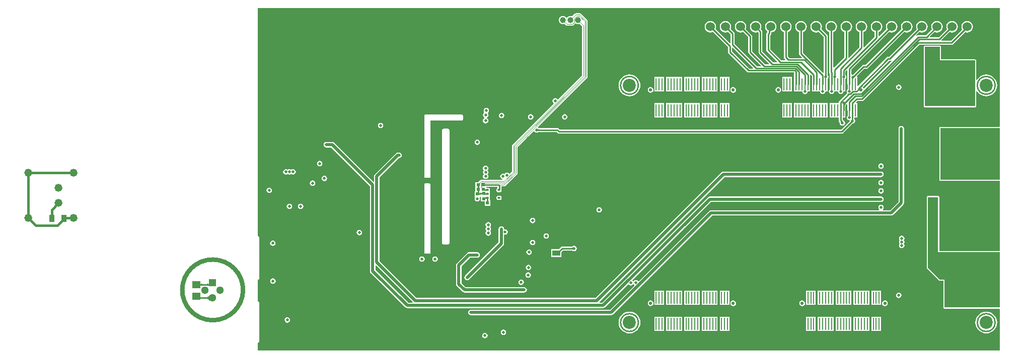
<source format=gbr>
%TF.GenerationSoftware,Altium Limited,Altium Designer,22.2.1 (43)*%
G04 Layer_Physical_Order=4*
G04 Layer_Color=16711680*
%FSLAX45Y45*%
%MOMM*%
%TF.SameCoordinates,02F1B47A-F79C-4BE6-BEC0-26DF2024C161*%
%TF.FilePolarity,Positive*%
%TF.FileFunction,Copper,L4,Bot,Signal*%
%TF.Part,Single*%
G01*
G75*
%TA.AperFunction,NonConductor*%
%ADD10C,0.80000*%
%ADD11C,0.25400*%
%TA.AperFunction,SMDPad,CuDef*%
%ADD22R,1.35000X0.95000*%
%ADD40R,1.45000X1.20000*%
%TA.AperFunction,Conductor*%
%ADD59C,0.25400*%
%ADD60C,0.10000*%
%ADD61C,0.50000*%
%ADD62C,0.38100*%
%TA.AperFunction,ComponentPad*%
%ADD65R,1.00000X1.00000*%
%ADD66C,1.00000*%
%TA.AperFunction,ViaPad*%
%ADD67C,1.52400*%
%TA.AperFunction,ComponentPad*%
%ADD68R,1.50000X1.50000*%
%ADD69C,2.19989*%
%ADD70C,0.54991*%
%ADD71R,1.30000X1.30000*%
%ADD72C,1.30000*%
%ADD73C,1.32080*%
%TA.AperFunction,ViaPad*%
%ADD74C,0.50000*%
%TA.AperFunction,SMDPad,CuDef*%
%ADD75R,0.55000X0.55000*%
%ADD76R,0.52000X0.52000*%
%ADD77R,0.55000X0.55000*%
G04:AMPARAMS|DCode=78|XSize=1mm|YSize=1.6mm|CornerRadius=0.05mm|HoleSize=0mm|Usage=FLASHONLY|Rotation=180.000|XOffset=0mm|YOffset=0mm|HoleType=Round|Shape=RoundedRectangle|*
%AMROUNDEDRECTD78*
21,1,1.00000,1.50000,0,0,180.0*
21,1,0.90000,1.60000,0,0,180.0*
1,1,0.10000,-0.45000,0.75000*
1,1,0.10000,0.45000,0.75000*
1,1,0.10000,0.45000,-0.75000*
1,1,0.10000,-0.45000,-0.75000*
%
%ADD78ROUNDEDRECTD78*%
G04:AMPARAMS|DCode=79|XSize=0.45mm|YSize=0.3mm|CornerRadius=0.0495mm|HoleSize=0mm|Usage=FLASHONLY|Rotation=180.000|XOffset=0mm|YOffset=0mm|HoleType=Round|Shape=RoundedRectangle|*
%AMROUNDEDRECTD79*
21,1,0.45000,0.20100,0,0,180.0*
21,1,0.35100,0.30000,0,0,180.0*
1,1,0.09900,-0.17550,0.10050*
1,1,0.09900,0.17550,0.10050*
1,1,0.09900,0.17550,-0.10050*
1,1,0.09900,-0.17550,-0.10050*
%
%ADD79ROUNDEDRECTD79*%
%ADD80R,0.95620X1.20620*%
%ADD81R,0.24994X2.00000*%
G36*
X17800000Y12283091D02*
X17787300Y12270391D01*
X16800000Y12270392D01*
X16792197Y12268840D01*
X16785580Y12264419D01*
X16781160Y12257804D01*
X16779608Y12250000D01*
X16779608Y11380000D01*
X16781160Y11372196D01*
X16785580Y11365581D01*
X16792197Y11361160D01*
X16800000Y11359608D01*
X17800000Y11359607D01*
X17800000Y11347644D01*
Y10175392D01*
X17800000Y10175392D01*
X16780392D01*
Y10885000D01*
Y11085000D01*
X16778841Y11092803D01*
X16774419Y11099419D01*
X16767804Y11103839D01*
X16760001Y11105392D01*
X16589999D01*
X16582196Y11103839D01*
X16575581Y11099419D01*
X16571159Y11092803D01*
X16569608Y11085000D01*
Y9895001D01*
X16569608Y9895000D01*
X16571159Y9887196D01*
X16575581Y9880580D01*
X16575581Y9880580D01*
X16775581Y9680580D01*
X16782198Y9676160D01*
X16789999Y9674608D01*
X16849608D01*
Y9225000D01*
X16851160Y9217196D01*
X16855582Y9210581D01*
X16862196Y9206160D01*
X16870000Y9204608D01*
X17787300D01*
X17800000Y9191908D01*
Y8500000D01*
X5320000Y8500000D01*
Y8629608D01*
X5327804Y8631160D01*
X5334419Y8635580D01*
X5338840Y8642196D01*
X5340392Y8650000D01*
Y9309999D01*
X5338840Y9317803D01*
X5334419Y9324419D01*
X5327804Y9328839D01*
X5320000Y9330391D01*
Y9689607D01*
X5327803Y9691160D01*
X5334419Y9695580D01*
X5338839Y9702196D01*
X5340392Y9709999D01*
X5340392Y10409999D01*
X5338840Y10417803D01*
X5334419Y10424419D01*
X5327804Y10428839D01*
X5320000Y10430391D01*
X5320000Y14270000D01*
X17800000Y14270000D01*
Y12283091D01*
D02*
G37*
G36*
X17800000Y12249999D02*
X17800000Y11379999D01*
X16800000Y11380000D01*
X16800000Y12250000D01*
X17800000Y12249999D01*
D02*
G37*
G36*
X4493204Y9586790D02*
X4492947Y9589203D01*
X4492175Y9591362D01*
X4490890Y9593267D01*
X4489091Y9594918D01*
X4486777Y9596315D01*
X4483950Y9597458D01*
X4480608Y9598347D01*
X4476753Y9598982D01*
X4472383Y9599363D01*
X4467499Y9599490D01*
Y9624890D01*
X4472383Y9625017D01*
X4476753Y9625398D01*
X4480608Y9626033D01*
X4483950Y9626922D01*
X4486777Y9628065D01*
X4489091Y9629462D01*
X4490890Y9631113D01*
X4492175Y9633018D01*
X4492947Y9635177D01*
X4493204Y9637590D01*
Y9586790D01*
D02*
G37*
G36*
X4359741Y9635177D02*
X4360512Y9633018D01*
X4361798Y9631113D01*
X4363597Y9629462D01*
X4365910Y9628065D01*
X4368738Y9626922D01*
X4372080Y9626033D01*
X4375935Y9625398D01*
X4380305Y9625017D01*
X4385189Y9624890D01*
Y9599490D01*
X4380305Y9599363D01*
X4375935Y9598982D01*
X4372080Y9598347D01*
X4368738Y9597458D01*
X4365910Y9596315D01*
X4363597Y9594918D01*
X4361798Y9593267D01*
X4360512Y9591362D01*
X4359741Y9589203D01*
X4359484Y9586790D01*
Y9637590D01*
X4359741Y9635177D01*
D02*
G37*
G36*
X4359742Y9408177D02*
X4360513Y9406018D01*
X4361798Y9404113D01*
X4363597Y9402462D01*
X4365911Y9401065D01*
X4368738Y9399922D01*
X4372080Y9399033D01*
X4375936Y9398398D01*
X4380305Y9398017D01*
X4385189Y9397890D01*
Y9372490D01*
X4380305Y9372363D01*
X4375936Y9371982D01*
X4372080Y9371347D01*
X4368738Y9370458D01*
X4365911Y9369315D01*
X4363597Y9367918D01*
X4361798Y9366267D01*
X4360513Y9364362D01*
X4359742Y9362203D01*
X4359485Y9359790D01*
Y9410590D01*
X4359742Y9408177D01*
D02*
G37*
G36*
X4511175Y9339690D02*
X4504825Y9345922D01*
X4492602Y9356418D01*
X4486730Y9360682D01*
X4481018Y9364290D01*
X4475465Y9367242D01*
X4470071Y9369538D01*
X4464837Y9371178D01*
X4459762Y9372162D01*
X4454847Y9372490D01*
Y9397890D01*
X4459762Y9398218D01*
X4464837Y9399202D01*
X4470071Y9400842D01*
X4475465Y9403138D01*
X4481018Y9406090D01*
X4486730Y9409698D01*
X4492602Y9413962D01*
X4498634Y9418882D01*
X4511175Y9430690D01*
Y9339690D01*
D02*
G37*
G36*
X16760001Y10885000D02*
Y10155000D01*
X17800000D01*
Y9225000D01*
X16870000D01*
Y9695000D01*
X16789999D01*
X16589999Y9895000D01*
Y11085000D01*
X16760001D01*
Y10885000D01*
D02*
G37*
%LPC*%
G36*
X10740000Y14185490D02*
X10667351D01*
X10657596Y14183549D01*
X10649327Y14178024D01*
X10606003Y14134700D01*
X10596191Y14138765D01*
X10577917Y14141171D01*
X10559644Y14138765D01*
X10542615Y14131711D01*
X10527993Y14120491D01*
X10522285Y14113052D01*
X10506550D01*
X10500842Y14120491D01*
X10486220Y14131711D01*
X10469191Y14138765D01*
X10450918Y14141171D01*
X10432644Y14138765D01*
X10415616Y14131711D01*
X10400993Y14120491D01*
X10389773Y14105869D01*
X10382720Y14088840D01*
X10380314Y14070567D01*
X10382720Y14052293D01*
X10389773Y14035265D01*
X10400993Y14020642D01*
X10415616Y14009422D01*
X10432644Y14002370D01*
X10450918Y13999963D01*
X10469191Y14002370D01*
X10479003Y14006433D01*
X10503461Y13981976D01*
X10511730Y13976451D01*
X10521484Y13974510D01*
X10610000D01*
X10619755Y13976451D01*
X10628024Y13981976D01*
X10659941Y14013893D01*
X10663107Y14014417D01*
X10669615Y14009422D01*
X10686644Y14002370D01*
X10704917Y13999963D01*
X10723191Y14002370D01*
X10733003Y14006433D01*
X10774510Y13964926D01*
Y13142581D01*
X10368305Y12736376D01*
X10355666Y12737620D01*
X10352443Y12742443D01*
X10337558Y12752389D01*
X10320000Y12755882D01*
X10302442Y12752389D01*
X10287557Y12742443D01*
X10277611Y12727558D01*
X10274118Y12710000D01*
X10277611Y12692442D01*
X10287557Y12677557D01*
X10292379Y12674334D01*
X10293624Y12661695D01*
X9601976Y11970047D01*
X9596451Y11961778D01*
X9594510Y11952023D01*
Y11519107D01*
X9556059Y11480655D01*
X9543420Y11481900D01*
X9541895Y11484183D01*
X9527009Y11494129D01*
X9509451Y11497622D01*
X9491893Y11494129D01*
X9477008Y11484183D01*
X9467266Y11469603D01*
X9456024Y11477115D01*
X9438466Y11480608D01*
X9420908Y11477115D01*
X9406023Y11467169D01*
X9396077Y11452284D01*
X9392584Y11434726D01*
X9396077Y11417168D01*
X9406023Y11402283D01*
X9420908Y11392337D01*
X9435044Y11389525D01*
X9440945Y11380545D01*
X9442117Y11376622D01*
X9441738Y11375990D01*
X9073831D01*
X9064077Y11374049D01*
X9055807Y11368524D01*
X9036476Y11349193D01*
X9030951Y11340923D01*
X9030270Y11337500D01*
X8977500D01*
Y11242500D01*
Y11186000D01*
X8964000D01*
Y11094000D01*
X8964000D01*
X8970321Y11081300D01*
X8967611Y11077244D01*
X8964118Y11059686D01*
X8967611Y11042128D01*
X8977557Y11027242D01*
X8992442Y11017296D01*
X9010000Y11013804D01*
X9027558Y11017296D01*
X9042443Y11027242D01*
X9052389Y11042128D01*
X9055882Y11059686D01*
X9052389Y11077244D01*
X9049679Y11081300D01*
X9056000Y11094000D01*
X9056000D01*
X9060700Y11098694D01*
X9072205Y11092885D01*
X9072500Y11092424D01*
Y11012500D01*
X9135825D01*
Y10940610D01*
X9230825D01*
Y11035609D01*
X9223339D01*
X9220765Y11041122D01*
X9218938Y11048309D01*
X9223552Y11055215D01*
X9225489Y11064950D01*
Y11085050D01*
X9223552Y11094785D01*
X9220971Y11098648D01*
X9219021Y11107500D01*
X9220971Y11116352D01*
X9223552Y11120215D01*
X9225489Y11129950D01*
Y11150050D01*
X9223552Y11159785D01*
X9220971Y11163648D01*
X9219021Y11172500D01*
X9220971Y11181352D01*
X9223552Y11185215D01*
X9225489Y11194950D01*
Y11215050D01*
X9223552Y11224785D01*
X9218038Y11233038D01*
X9209785Y11238552D01*
X9200050Y11240489D01*
X9180964D01*
X9180200Y11240641D01*
X9174430D01*
X9162500Y11242501D01*
Y11256659D01*
X9346659D01*
Y11236177D01*
X9341962Y11233038D01*
X9336448Y11224785D01*
X9334511Y11215050D01*
Y11194950D01*
X9336448Y11185215D01*
X9341962Y11176962D01*
X9350215Y11171448D01*
X9359950Y11169512D01*
X9395050D01*
X9404785Y11171448D01*
X9413038Y11176962D01*
X9418552Y11185215D01*
X9420488Y11194950D01*
Y11215050D01*
X9418552Y11224785D01*
X9413341Y11232585D01*
Y11264510D01*
X9460000D01*
X9469755Y11266451D01*
X9478024Y11271976D01*
X9678024Y11471976D01*
X9683549Y11480245D01*
X9685490Y11490000D01*
Y11924897D01*
X9956873Y12196281D01*
X9972972Y12194419D01*
X9977557Y12187557D01*
X9992442Y12177611D01*
X10010000Y12174118D01*
X10027558Y12177611D01*
X10040904Y12186528D01*
X10041370Y12186601D01*
X10042103Y12186659D01*
X10345938D01*
X10364684Y12167913D01*
X10375500Y12160686D01*
X10388259Y12158148D01*
X15141489D01*
X15154248Y12160686D01*
X15165063Y12167913D01*
X15321082Y12323930D01*
X15321243Y12324062D01*
X15321815Y12324480D01*
X15337558Y12327611D01*
X15352443Y12337557D01*
X15362389Y12352442D01*
X15365881Y12370000D01*
X15362389Y12387558D01*
X15353346Y12401092D01*
Y12429989D01*
X15402495D01*
Y12669988D01*
X15383733D01*
X15378873Y12681722D01*
X15403810Y12706659D01*
X15480000D01*
X15492760Y12709197D01*
X15503575Y12716425D01*
X16443810Y13656660D01*
X16989999D01*
X17002759Y13659196D01*
X17013576Y13666425D01*
X17216782Y13869630D01*
X17224881Y13866277D01*
X17249995Y13862970D01*
X17275108Y13866277D01*
X17298511Y13875969D01*
X17318605Y13891389D01*
X17334026Y13911485D01*
X17343718Y13934888D01*
X17347025Y13960001D01*
X17343718Y13985114D01*
X17334026Y14008514D01*
X17318605Y14028610D01*
X17298511Y14044031D01*
X17275108Y14053725D01*
X17249995Y14057030D01*
X17224881Y14053725D01*
X17201480Y14044031D01*
X17181384Y14028610D01*
X17165964Y14008514D01*
X17156271Y13985114D01*
X17152965Y13960001D01*
X17156271Y13934888D01*
X17165488Y13912637D01*
X16976190Y13723341D01*
X16824329D01*
X16819067Y13736041D01*
X16955589Y13872562D01*
X16970764Y13866277D01*
X16995877Y13862970D01*
X17020992Y13866277D01*
X17044392Y13875970D01*
X17064488Y13891389D01*
X17079909Y13911485D01*
X17089601Y13934888D01*
X17092908Y13960001D01*
X17089601Y13985114D01*
X17079909Y14008514D01*
X17064488Y14028612D01*
X17044392Y14044031D01*
X17020992Y14053725D01*
X16995877Y14057030D01*
X16970764Y14053725D01*
X16947362Y14044031D01*
X16927267Y14028612D01*
X16911847Y14008514D01*
X16902155Y13985114D01*
X16898846Y13960001D01*
X16902155Y13934888D01*
X16908440Y13919713D01*
X16772067Y13783340D01*
X16628844D01*
X16623984Y13795074D01*
X16701472Y13872562D01*
X16716647Y13866277D01*
X16741760Y13862970D01*
X16766873Y13866277D01*
X16790276Y13875970D01*
X16810370Y13891389D01*
X16825790Y13911485D01*
X16835484Y13934888D01*
X16838789Y13960001D01*
X16835484Y13985114D01*
X16825790Y14008514D01*
X16810370Y14028612D01*
X16790276Y14044031D01*
X16766873Y14053725D01*
X16741760Y14057030D01*
X16716647Y14053725D01*
X16693245Y14044031D01*
X16673151Y14028612D01*
X16657729Y14008514D01*
X16648036Y13985114D01*
X16644730Y13960001D01*
X16648036Y13934888D01*
X16654321Y13919713D01*
X16553349Y13818739D01*
X16425275D01*
X16412515Y13816202D01*
X16401698Y13808975D01*
X16392770Y13817976D01*
X16447356Y13872562D01*
X16462529Y13866277D01*
X16487643Y13862970D01*
X16512756Y13866277D01*
X16536159Y13875970D01*
X16556253Y13891389D01*
X16571674Y13911485D01*
X16581366Y13934888D01*
X16584673Y13960001D01*
X16581366Y13985114D01*
X16571674Y14008514D01*
X16556253Y14028612D01*
X16536159Y14044031D01*
X16512756Y14053725D01*
X16487643Y14057030D01*
X16462529Y14053725D01*
X16439128Y14044031D01*
X16419032Y14028612D01*
X16403612Y14008514D01*
X16393919Y13985114D01*
X16390613Y13960001D01*
X16393919Y13934888D01*
X16400204Y13919713D01*
X15932037Y13451546D01*
X15920044D01*
X15907285Y13449007D01*
X15896468Y13441780D01*
X15414229Y12959541D01*
X15402495Y12964401D01*
Y13109993D01*
X15395135D01*
X15390276Y13121725D01*
X15515210Y13246660D01*
X15553525D01*
X15566284Y13249197D01*
X15577100Y13256425D01*
X16193237Y13872562D01*
X16208412Y13866277D01*
X16233525Y13862970D01*
X16258640Y13866277D01*
X16282040Y13875970D01*
X16302136Y13891389D01*
X16317557Y13911485D01*
X16327249Y13934888D01*
X16330556Y13960001D01*
X16327249Y13985114D01*
X16317557Y14008514D01*
X16302136Y14028612D01*
X16282040Y14044031D01*
X16258640Y14053725D01*
X16233525Y14057030D01*
X16208412Y14053725D01*
X16185010Y14044031D01*
X16164915Y14028612D01*
X16149495Y14008514D01*
X16139803Y13985114D01*
X16136494Y13960001D01*
X16139803Y13934888D01*
X16146088Y13919713D01*
X15539716Y13313341D01*
X15501401D01*
X15488641Y13310803D01*
X15477824Y13303575D01*
X15324117Y13149867D01*
X15316039Y13148260D01*
X15303339Y13157591D01*
Y13236781D01*
X15939120Y13872562D01*
X15954295Y13866277D01*
X15979408Y13862970D01*
X16004521Y13866277D01*
X16027924Y13875970D01*
X16048018Y13891389D01*
X16063438Y13911485D01*
X16073132Y13934888D01*
X16076437Y13960001D01*
X16073132Y13985114D01*
X16063438Y14008514D01*
X16048018Y14028612D01*
X16027924Y14044031D01*
X16004521Y14053725D01*
X15979408Y14057030D01*
X15954295Y14053725D01*
X15930893Y14044031D01*
X15910797Y14028612D01*
X15895377Y14008514D01*
X15885684Y13985114D01*
X15882378Y13960001D01*
X15885684Y13934888D01*
X15891969Y13919713D01*
X15770364Y13798106D01*
X15758630Y13802968D01*
Y13869684D01*
X15773807Y13875970D01*
X15793901Y13891389D01*
X15809322Y13911485D01*
X15819014Y13934888D01*
X15822321Y13960001D01*
X15819014Y13985114D01*
X15809322Y14008514D01*
X15793901Y14028612D01*
X15773807Y14044031D01*
X15750404Y14053725D01*
X15725291Y14057030D01*
X15700177Y14053725D01*
X15676776Y14044031D01*
X15656680Y14028612D01*
X15641260Y14008514D01*
X15631567Y13985114D01*
X15628261Y13960001D01*
X15631567Y13934888D01*
X15641260Y13911485D01*
X15656680Y13891389D01*
X15676776Y13875970D01*
X15691949Y13869684D01*
Y13789101D01*
X15516248Y13613397D01*
X15504514Y13618259D01*
Y13869684D01*
X15519688Y13875970D01*
X15539784Y13891389D01*
X15555203Y13911485D01*
X15564897Y13934888D01*
X15568204Y13960001D01*
X15564897Y13985114D01*
X15555203Y14008514D01*
X15539784Y14028612D01*
X15519688Y14044031D01*
X15496288Y14053725D01*
X15471173Y14057030D01*
X15446060Y14053725D01*
X15422658Y14044031D01*
X15402563Y14028612D01*
X15387143Y14008514D01*
X15377451Y13985114D01*
X15374142Y13960001D01*
X15377451Y13934888D01*
X15387143Y13911485D01*
X15402563Y13891389D01*
X15422658Y13875970D01*
X15437833Y13869684D01*
Y13614983D01*
X15262131Y13439281D01*
X15250397Y13444141D01*
Y13869684D01*
X15265572Y13875970D01*
X15285666Y13891389D01*
X15301086Y13911485D01*
X15310780Y13934888D01*
X15314085Y13960001D01*
X15310780Y13985114D01*
X15301086Y14008514D01*
X15285666Y14028612D01*
X15265572Y14044031D01*
X15242169Y14053725D01*
X15217056Y14057030D01*
X15191943Y14053725D01*
X15168541Y14044031D01*
X15148445Y14028612D01*
X15133025Y14008514D01*
X15123332Y13985114D01*
X15120026Y13960001D01*
X15123332Y13934888D01*
X15133025Y13911485D01*
X15148445Y13891389D01*
X15168541Y13875970D01*
X15183714Y13869684D01*
Y13440866D01*
X15008978Y13266130D01*
X14996278Y13271390D01*
Y13869684D01*
X15011453Y13875970D01*
X15031549Y13891389D01*
X15046970Y13911485D01*
X15056662Y13934888D01*
X15059969Y13960001D01*
X15056662Y13985114D01*
X15046970Y14008514D01*
X15031549Y14028612D01*
X15011453Y14044031D01*
X14988052Y14053725D01*
X14962939Y14057030D01*
X14937825Y14053725D01*
X14914424Y14044031D01*
X14894328Y14028612D01*
X14878908Y14008514D01*
X14869215Y13985114D01*
X14865909Y13960001D01*
X14869215Y13934888D01*
X14878908Y13911485D01*
X14894328Y13891389D01*
X14914424Y13875970D01*
X14929597Y13869684D01*
Y13193729D01*
X14932137Y13180969D01*
X14936658Y13174202D01*
Y12989993D01*
X14937502Y12985751D01*
Y12902361D01*
X14927611Y12887558D01*
X14924118Y12870000D01*
X14927611Y12852441D01*
X14937556Y12837556D01*
X14952441Y12827611D01*
X14970000Y12824118D01*
X14987558Y12827611D01*
X15002443Y12837556D01*
X15012389Y12852441D01*
X15015880Y12869994D01*
X15074120D01*
X15077611Y12852441D01*
X15087556Y12837556D01*
X15102441Y12827611D01*
X15120000Y12824118D01*
X15137558Y12827611D01*
X15152443Y12837556D01*
X15162389Y12852441D01*
X15165881Y12869994D01*
X15202495D01*
Y13077635D01*
X15212389Y13092442D01*
X15215881Y13110001D01*
X15212389Y13127557D01*
X15203340Y13141100D01*
Y13206190D01*
X15224925Y13227774D01*
X15236658Y13222914D01*
Y12989993D01*
X15237502Y12985751D01*
Y12906320D01*
X15235211Y12904790D01*
X15225266Y12889903D01*
X15221771Y12872346D01*
X15225266Y12854788D01*
X15232372Y12844151D01*
X15096640Y12708420D01*
X15089413Y12697603D01*
X15086874Y12684844D01*
Y12669988D01*
X14937502D01*
Y12429989D01*
X15086671D01*
Y12376645D01*
X15089209Y12363886D01*
X15096437Y12353069D01*
X15107327Y12342179D01*
X15106433Y12337685D01*
X15109926Y12320127D01*
X15119872Y12305242D01*
X15134756Y12295296D01*
X15152315Y12291804D01*
X15169873Y12295296D01*
X15184758Y12305242D01*
X15194704Y12320127D01*
X15198196Y12337685D01*
X15194704Y12355243D01*
X15184758Y12370128D01*
X15169873Y12380074D01*
X15163353Y12381371D01*
X15163206Y12381444D01*
X15162930Y12381617D01*
X15162874Y12381639D01*
X15161783Y12382329D01*
X15161453Y12382576D01*
X15159679Y12384129D01*
X15153352Y12390455D01*
Y12429989D01*
X15202496D01*
Y12545747D01*
X15203340Y12549988D01*
Y12623275D01*
X15210390Y12630326D01*
X15217618Y12641142D01*
X15220155Y12653901D01*
Y12656003D01*
X15223958Y12658798D01*
X15236658Y12652373D01*
Y12549989D01*
X15237502Y12545747D01*
Y12462360D01*
X15227611Y12447558D01*
X15224120Y12430000D01*
X15227611Y12412442D01*
X15237556Y12397557D01*
X15252441Y12387611D01*
X15264207Y12385271D01*
X15274734Y12373097D01*
X15274480Y12371815D01*
X15274203Y12371437D01*
X15273723Y12370873D01*
X15127679Y12224829D01*
X10402069D01*
X10383323Y12243575D01*
X10372507Y12250803D01*
X10359748Y12253340D01*
X10041812D01*
X10041603Y12253362D01*
X10040904Y12253471D01*
X10035581Y12257028D01*
X10033719Y12273127D01*
X10858024Y13097430D01*
X10863549Y13105701D01*
X10865490Y13115456D01*
Y14060001D01*
X10863549Y14069756D01*
X10858024Y14078024D01*
X10758024Y14178024D01*
X10749755Y14183549D01*
X10740000Y14185490D01*
D02*
G37*
G36*
X14708821Y14057030D02*
X14683708Y14053725D01*
X14660306Y14044031D01*
X14640211Y14028612D01*
X14624791Y14008514D01*
X14615099Y13985114D01*
X14611790Y13960001D01*
X14615099Y13934888D01*
X14624791Y13911485D01*
X14640211Y13891389D01*
X14660306Y13875970D01*
X14683708Y13866277D01*
X14708821Y13862970D01*
X14733934Y13866277D01*
X14749109Y13872562D01*
X14836659Y13785011D01*
Y13187148D01*
X14824927Y13182288D01*
X14488045Y13519170D01*
Y13869684D01*
X14503220Y13875970D01*
X14523314Y13891389D01*
X14538734Y13911485D01*
X14548428Y13934888D01*
X14551733Y13960001D01*
X14548428Y13985114D01*
X14538734Y14008514D01*
X14523314Y14028612D01*
X14503220Y14044031D01*
X14479817Y14053725D01*
X14454704Y14057030D01*
X14429591Y14053725D01*
X14406189Y14044031D01*
X14386093Y14028612D01*
X14370673Y14008514D01*
X14360980Y13985114D01*
X14357674Y13960001D01*
X14360980Y13934888D01*
X14370673Y13911485D01*
X14386093Y13891389D01*
X14406189Y13875970D01*
X14421362Y13869684D01*
Y13505359D01*
X14423901Y13492599D01*
X14431129Y13481784D01*
X14470139Y13442773D01*
X14465279Y13431041D01*
X14260275D01*
X14233926Y13457390D01*
Y13869684D01*
X14249101Y13875970D01*
X14269197Y13891389D01*
X14284618Y13911485D01*
X14294310Y13934888D01*
X14297617Y13960001D01*
X14294310Y13985114D01*
X14284618Y14008514D01*
X14269197Y14028612D01*
X14249101Y14044031D01*
X14225700Y14053725D01*
X14200587Y14057030D01*
X14175473Y14053725D01*
X14152072Y14044031D01*
X14131976Y14028612D01*
X14116556Y14008514D01*
X14106863Y13985114D01*
X14103557Y13960001D01*
X14106863Y13934888D01*
X14116556Y13911485D01*
X14131976Y13891389D01*
X14152072Y13875970D01*
X14167245Y13869684D01*
Y13443581D01*
X14169785Y13430821D01*
X14177011Y13420004D01*
X14189642Y13407375D01*
X14184782Y13395641D01*
X14124843D01*
X13937636Y13582848D01*
Y13818454D01*
X13945744Y13826562D01*
X13952972Y13837378D01*
X13955510Y13850137D01*
Y13864160D01*
X13971582Y13866277D01*
X13994984Y13875970D01*
X14015080Y13891389D01*
X14030499Y13911485D01*
X14040193Y13934888D01*
X14043500Y13960001D01*
X14040193Y13985114D01*
X14030499Y14008514D01*
X14015080Y14028612D01*
X13994984Y14044031D01*
X13971582Y14053725D01*
X13946469Y14057030D01*
X13921356Y14053725D01*
X13897954Y14044031D01*
X13877859Y14028612D01*
X13862439Y14008514D01*
X13852745Y13985114D01*
X13849438Y13960001D01*
X13852745Y13934888D01*
X13862439Y13911485D01*
X13877859Y13891389D01*
X13888828Y13882973D01*
Y13863947D01*
X13880721Y13855840D01*
X13873492Y13845023D01*
X13870955Y13832265D01*
Y13569037D01*
X13873492Y13556277D01*
X13880721Y13545462D01*
X14054208Y13371974D01*
X14049348Y13360242D01*
X13989410D01*
X13805840Y13543810D01*
Y13878503D01*
X13803302Y13891263D01*
X13796075Y13902078D01*
X13779395Y13918759D01*
X13786076Y13934888D01*
X13789381Y13960001D01*
X13786076Y13985114D01*
X13776382Y14008514D01*
X13760962Y14028612D01*
X13740868Y14044031D01*
X13717465Y14053725D01*
X13692352Y14057030D01*
X13667239Y14053725D01*
X13643837Y14044031D01*
X13623741Y14028612D01*
X13608321Y14008514D01*
X13598628Y13985114D01*
X13595322Y13960001D01*
X13598628Y13934888D01*
X13608321Y13911485D01*
X13623741Y13891389D01*
X13643837Y13875970D01*
X13667239Y13866277D01*
X13692352Y13862970D01*
X13717465Y13866277D01*
X13729112Y13871101D01*
X13739159Y13863046D01*
Y13530000D01*
X13741698Y13517241D01*
X13748924Y13506425D01*
X13918774Y13336574D01*
X13913914Y13324841D01*
X13853976D01*
X13635007Y13543810D01*
Y13796568D01*
X13632469Y13809328D01*
X13625243Y13820145D01*
X13525673Y13919713D01*
X13531958Y13934888D01*
X13535265Y13960001D01*
X13531958Y13985114D01*
X13522266Y14008514D01*
X13506845Y14028612D01*
X13486749Y14044031D01*
X13463348Y14053725D01*
X13438234Y14057030D01*
X13413121Y14053725D01*
X13389719Y14044031D01*
X13369624Y14028612D01*
X13354204Y14008514D01*
X13344511Y13985114D01*
X13341203Y13960001D01*
X13344511Y13934888D01*
X13354204Y13911485D01*
X13369624Y13891389D01*
X13389719Y13875970D01*
X13413121Y13866277D01*
X13438234Y13862970D01*
X13463348Y13866277D01*
X13478522Y13872562D01*
X13568326Y13782758D01*
Y13530000D01*
X13570863Y13517241D01*
X13578091Y13506425D01*
X13783342Y13301173D01*
X13778481Y13289441D01*
X13718542D01*
X13337637Y13670348D01*
Y13839821D01*
X13335098Y13852580D01*
X13327872Y13863397D01*
X13271555Y13919713D01*
X13277841Y13934888D01*
X13281146Y13960001D01*
X13277841Y13985114D01*
X13268147Y14008514D01*
X13252728Y14028612D01*
X13232632Y14044031D01*
X13209230Y14053725D01*
X13184117Y14057030D01*
X13159004Y14053725D01*
X13135602Y14044031D01*
X13115508Y14028612D01*
X13100087Y14008514D01*
X13090393Y13985114D01*
X13087086Y13960001D01*
X13090393Y13934888D01*
X13100087Y13911485D01*
X13115508Y13891389D01*
X13135602Y13875970D01*
X13159004Y13866277D01*
X13184117Y13862970D01*
X13209230Y13866277D01*
X13224405Y13872562D01*
X13270955Y13826012D01*
Y13682790D01*
X13259222Y13677930D01*
X13017438Y13919713D01*
X13023724Y13934888D01*
X13027029Y13960001D01*
X13023724Y13985114D01*
X13014030Y14008514D01*
X12998610Y14028612D01*
X12978516Y14044031D01*
X12955113Y14053725D01*
X12930000Y14057030D01*
X12904887Y14053725D01*
X12881485Y14044031D01*
X12861389Y14028612D01*
X12845969Y14008514D01*
X12836276Y13985114D01*
X12832970Y13960001D01*
X12836276Y13934888D01*
X12845969Y13911485D01*
X12861389Y13891389D01*
X12881485Y13875970D01*
X12904887Y13866277D01*
X12930000Y13862970D01*
X12955113Y13866277D01*
X12970287Y13872562D01*
X13226659Y13616190D01*
Y13530000D01*
X13229198Y13517241D01*
X13236424Y13506425D01*
X13546425Y13196425D01*
X13557240Y13189197D01*
X13570000Y13186659D01*
X14336130D01*
X14336659Y13186128D01*
Y12989993D01*
X14337505Y12985751D01*
Y12869994D01*
X14474539D01*
X14476433Y12867685D01*
X14479926Y12850127D01*
X14489871Y12835242D01*
X14504758Y12825296D01*
X14522314Y12821803D01*
X14539873Y12825296D01*
X14554758Y12835242D01*
X14564703Y12850127D01*
X14568196Y12867685D01*
X14570090Y12869994D01*
X14602496D01*
Y12985751D01*
X14603342Y12989993D01*
Y13145509D01*
X14615585Y13151225D01*
X14636659Y13130153D01*
Y12989993D01*
X14637503Y12985751D01*
Y12869994D01*
X14687515D01*
Y12869994D01*
X14752509D01*
Y12869994D01*
X14774120D01*
X14777611Y12852441D01*
X14787556Y12837556D01*
X14802441Y12827611D01*
X14820000Y12824118D01*
X14837558Y12827611D01*
X14852443Y12837556D01*
X14862389Y12852441D01*
X14865880Y12869994D01*
X14902496D01*
Y13077635D01*
X14912389Y13092442D01*
X14915881Y13110001D01*
X14912389Y13127557D01*
X14903342Y13141100D01*
Y13798820D01*
X14900803Y13811580D01*
X14893576Y13822397D01*
X14796259Y13919713D01*
X14802545Y13934888D01*
X14805852Y13960001D01*
X14802545Y13985114D01*
X14792851Y14008514D01*
X14777432Y14028612D01*
X14757336Y14044031D01*
X14733934Y14053725D01*
X14708821Y14057030D01*
D02*
G37*
G36*
X12152514Y13109993D02*
X12087521D01*
Y13109993D01*
X12052514D01*
Y13109993D01*
X11987521D01*
Y12869994D01*
X12037509D01*
Y12869994D01*
X12102502D01*
Y12869994D01*
X12152514D01*
Y13109993D01*
D02*
G37*
G36*
X13052512Y13109993D02*
X12887518D01*
Y13109991D01*
X12852513D01*
Y13109993D01*
X12787520D01*
Y12869994D01*
X12837508D01*
Y12869994D01*
X12902499D01*
Y12869994D01*
X13052512D01*
Y13109993D01*
D02*
G37*
G36*
X12452514D02*
X12337507D01*
Y13109991D01*
X12302501D01*
Y13109993D01*
X12187520D01*
Y12869994D01*
X12287521D01*
Y12869994D01*
X12352514D01*
Y12869994D01*
X12452514D01*
Y13109993D01*
D02*
G37*
G36*
X16100000Y12985883D02*
X16082442Y12982388D01*
X16067557Y12972443D01*
X16057611Y12957558D01*
X16054118Y12939999D01*
X16057611Y12922443D01*
X16067557Y12907558D01*
X16082442Y12897610D01*
X16100000Y12894118D01*
X16117558Y12897610D01*
X16132443Y12907558D01*
X16142389Y12922443D01*
X16145882Y12939999D01*
X16142389Y12957558D01*
X16132443Y12972443D01*
X16117558Y12982388D01*
X16100000Y12985883D01*
D02*
G37*
G36*
X14302498Y13109993D02*
X14137505D01*
Y12869994D01*
X14302498D01*
Y13109993D01*
D02*
G37*
G36*
X13202499Y13109993D02*
X13137506D01*
Y13109993D01*
X13087518D01*
Y12869994D01*
X13152513D01*
Y12869994D01*
X13187518D01*
Y12869994D01*
X13252512D01*
Y13109993D01*
X13202499D01*
Y13109993D01*
D02*
G37*
G36*
X12752513Y13109993D02*
X12487520D01*
Y12869994D01*
X12752513D01*
Y13109993D01*
D02*
G37*
G36*
X13315012Y12943423D02*
X13296478Y12939737D01*
X13280769Y12929240D01*
X13270271Y12913528D01*
X13266585Y12894997D01*
X13270271Y12876465D01*
X13280769Y12860754D01*
X13296478Y12850258D01*
X13315012Y12846571D01*
X13333543Y12850258D01*
X13349252Y12860754D01*
X13359750Y12876465D01*
X13363437Y12894997D01*
X13359750Y12913528D01*
X13349252Y12929240D01*
X13333543Y12939737D01*
X13315012Y12943423D01*
D02*
G37*
G36*
X11924997Y12943422D02*
X11906465Y12939735D01*
X11890754Y12929239D01*
X11880257Y12913528D01*
X11876571Y12894997D01*
X11880257Y12876465D01*
X11890754Y12860754D01*
X11906465Y12850256D01*
X11924997Y12846571D01*
X11943529Y12850256D01*
X11959239Y12860754D01*
X11969736Y12876465D01*
X11973423Y12894997D01*
X11969736Y12913528D01*
X11959239Y12929239D01*
X11943529Y12939735D01*
X11924997Y12943422D01*
D02*
G37*
G36*
X14075005Y12943422D02*
X14056473Y12939735D01*
X14040762Y12929239D01*
X14030264Y12913528D01*
X14026579Y12894997D01*
X14030264Y12876463D01*
X14040762Y12860754D01*
X14056473Y12850256D01*
X14075005Y12846570D01*
X14093536Y12850256D01*
X14109247Y12860754D01*
X14119743Y12876463D01*
X14123430Y12894997D01*
X14119743Y12913528D01*
X14109247Y12929239D01*
X14093536Y12939735D01*
X14075005Y12943422D01*
D02*
G37*
G36*
X16789999Y13640392D02*
X16539999D01*
X16532196Y13638840D01*
X16525581Y13634419D01*
X16521159Y13627805D01*
X16519608Y13620000D01*
Y12620000D01*
X16521159Y12612196D01*
X16525581Y12605581D01*
X16532196Y12601160D01*
X16539999Y12599608D01*
X17380000D01*
X17387804Y12601160D01*
X17394418Y12605581D01*
X17398840Y12612196D01*
X17400392Y12620000D01*
Y12873549D01*
X17412711Y12876636D01*
X17417339Y12867976D01*
X17440172Y12840155D01*
X17467995Y12817323D01*
X17499734Y12800356D01*
X17534177Y12789909D01*
X17569994Y12786381D01*
X17605812Y12789909D01*
X17640254Y12800356D01*
X17671996Y12817323D01*
X17699817Y12840155D01*
X17722649Y12867976D01*
X17739616Y12899718D01*
X17750063Y12934160D01*
X17753590Y12969978D01*
X17750063Y13005795D01*
X17739616Y13040237D01*
X17722649Y13071979D01*
X17699817Y13099800D01*
X17671996Y13122633D01*
X17640254Y13139600D01*
X17605812Y13150046D01*
X17569994Y13153574D01*
X17534177Y13150046D01*
X17499734Y13139600D01*
X17467995Y13122633D01*
X17440172Y13099800D01*
X17417339Y13071979D01*
X17412711Y13063319D01*
X17400392Y13066406D01*
Y13389999D01*
X17398840Y13397804D01*
X17394418Y13404419D01*
X17387804Y13408839D01*
X17380000Y13410393D01*
X16810393D01*
Y13620000D01*
X16808839Y13627805D01*
X16804419Y13634419D01*
X16797804Y13638840D01*
X16789999Y13640392D01*
D02*
G37*
G36*
X11570005Y13153574D02*
X11534187Y13150046D01*
X11499746Y13139600D01*
X11468004Y13122633D01*
X11440183Y13099800D01*
X11417350Y13071979D01*
X11400384Y13040237D01*
X11389937Y13005795D01*
X11386409Y12969978D01*
X11389937Y12934160D01*
X11400384Y12899718D01*
X11417350Y12867976D01*
X11440183Y12840155D01*
X11468004Y12817323D01*
X11499746Y12800356D01*
X11534187Y12789909D01*
X11570005Y12786381D01*
X11605823Y12789909D01*
X11640265Y12800356D01*
X11672006Y12817323D01*
X11699828Y12840155D01*
X11722660Y12867976D01*
X11739627Y12899718D01*
X11750074Y12934160D01*
X11753602Y12969978D01*
X11750074Y13005795D01*
X11739627Y13040237D01*
X11722660Y13071979D01*
X11699828Y13099800D01*
X11672006Y13122633D01*
X11640265Y13139600D01*
X11605823Y13150046D01*
X11570005Y13153574D01*
D02*
G37*
G36*
X14552510Y12669988D02*
X14487515D01*
Y12669988D01*
X14452510D01*
Y12669988D01*
X14387515D01*
Y12669988D01*
X14337503D01*
Y12429989D01*
X14402496D01*
Y12429989D01*
X14437503D01*
Y12429989D01*
X14502496D01*
Y12429989D01*
X14537505D01*
Y12429989D01*
X14602496D01*
Y12669988D01*
X14552510D01*
Y12669988D01*
D02*
G37*
G36*
X13252512D02*
X13187518D01*
Y12669988D01*
X13152513D01*
Y12669988D01*
X13087518D01*
Y12429989D01*
X13137505D01*
Y12429989D01*
X13202499D01*
Y12429989D01*
X13252512D01*
Y12669988D01*
D02*
G37*
G36*
X13052512D02*
X12987518D01*
Y12669988D01*
X12952513D01*
Y12669988D01*
X12887518D01*
Y12669988D01*
X12852513D01*
Y12669988D01*
X12787520D01*
Y12429989D01*
X12837508D01*
Y12429989D01*
X12902499D01*
Y12429989D01*
X12937508D01*
Y12429989D01*
X13002501D01*
Y12429989D01*
X13052512D01*
Y12669988D01*
D02*
G37*
G36*
X12752513D02*
X12687520D01*
Y12669988D01*
X12652514D01*
Y12669988D01*
X12487520D01*
Y12429989D01*
X12637507D01*
Y12429989D01*
X12702500D01*
Y12429989D01*
X12752513D01*
Y12669988D01*
D02*
G37*
G36*
X12402501D02*
X12337507D01*
Y12669988D01*
X12302501D01*
Y12669988D01*
X12237508D01*
Y12669988D01*
X12187520D01*
Y12429989D01*
X12252514D01*
Y12429989D01*
X12287521D01*
Y12429989D01*
X12352514D01*
Y12429989D01*
X12387521D01*
Y12429989D01*
X12452514D01*
Y12669988D01*
X12402501D01*
Y12669988D01*
D02*
G37*
G36*
X14302498D02*
X14137505D01*
Y12429989D01*
X14302498D01*
Y12669988D01*
D02*
G37*
G36*
X14852509D02*
X14687515D01*
Y12669988D01*
X14637505D01*
Y12429989D01*
X14702496D01*
Y12429989D01*
X14837502D01*
Y12429989D01*
X14902495D01*
Y12669988D01*
X14852509D01*
Y12669988D01*
D02*
G37*
G36*
X12102502D02*
X11987521D01*
Y12429989D01*
X12087520D01*
Y12429989D01*
X12152514D01*
Y12669988D01*
X12102502D01*
Y12669988D01*
D02*
G37*
G36*
X9420417Y12508520D02*
X9402859Y12505027D01*
X9387974Y12495081D01*
X9378028Y12480196D01*
X9374535Y12462638D01*
X9378028Y12445080D01*
X9387974Y12430195D01*
X9402859Y12420249D01*
X9420417Y12416756D01*
X9437975Y12420249D01*
X9452860Y12430195D01*
X9462806Y12445080D01*
X9466299Y12462638D01*
X9462806Y12480196D01*
X9452860Y12495081D01*
X9437975Y12505027D01*
X9420417Y12508520D01*
D02*
G37*
G36*
X10480000Y12485882D02*
X10462442Y12482389D01*
X10447557Y12472443D01*
X10437611Y12457558D01*
X10434119Y12440000D01*
X10437611Y12422442D01*
X10447557Y12407557D01*
X10462442Y12397611D01*
X10480000Y12394118D01*
X10497558Y12397611D01*
X10512443Y12407557D01*
X10522389Y12422442D01*
X10525882Y12440000D01*
X10522389Y12457558D01*
X10512443Y12472443D01*
X10497558Y12482389D01*
X10480000Y12485882D01*
D02*
G37*
G36*
X9910000D02*
X9892442Y12482389D01*
X9877557Y12472443D01*
X9867611Y12457558D01*
X9864118Y12440000D01*
X9867611Y12422442D01*
X9877557Y12407557D01*
X9892442Y12397611D01*
X9910000Y12394118D01*
X9927558Y12397611D01*
X9942443Y12407557D01*
X9952389Y12422442D01*
X9955882Y12440000D01*
X9952389Y12457558D01*
X9942443Y12472443D01*
X9927558Y12482389D01*
X9910000Y12485882D01*
D02*
G37*
G36*
X9162505Y12590789D02*
X9144947Y12587296D01*
X9130061Y12577350D01*
X9120116Y12562465D01*
X9116623Y12544907D01*
X9120116Y12527349D01*
X9124390Y12520951D01*
X9121745Y12503909D01*
X9119569Y12502455D01*
X9109623Y12487570D01*
X9106131Y12470012D01*
X9109623Y12452454D01*
X9119569Y12437569D01*
X9129349Y12431034D01*
X9129996Y12428514D01*
X9129064Y12416732D01*
X9117557Y12409043D01*
X9107611Y12394158D01*
X9104118Y12376600D01*
X9107611Y12359042D01*
X9117557Y12344157D01*
X9132442Y12334211D01*
X9150000Y12330719D01*
X9167558Y12334211D01*
X9182443Y12344157D01*
X9192389Y12359042D01*
X9195882Y12376600D01*
X9192389Y12394158D01*
X9182443Y12409043D01*
X9172663Y12415578D01*
X9172016Y12418098D01*
X9172948Y12429880D01*
X9184455Y12437569D01*
X9194401Y12452454D01*
X9197894Y12470012D01*
X9194401Y12487570D01*
X9190126Y12493968D01*
X9192772Y12511010D01*
X9194948Y12512464D01*
X9204894Y12527349D01*
X9208386Y12544907D01*
X9204894Y12562465D01*
X9194948Y12577350D01*
X9180063Y12587296D01*
X9162505Y12590789D01*
D02*
G37*
G36*
X7385000Y12338382D02*
X7367442Y12334889D01*
X7352557Y12324943D01*
X7342611Y12310058D01*
X7339118Y12292500D01*
X7342611Y12274942D01*
X7352557Y12260057D01*
X7367442Y12250111D01*
X7385000Y12246619D01*
X7402558Y12250111D01*
X7417443Y12260057D01*
X7427389Y12274942D01*
X7430882Y12292500D01*
X7427389Y12310058D01*
X7417443Y12324943D01*
X7402558Y12334889D01*
X7385000Y12338382D01*
D02*
G37*
G36*
X9010000Y12055881D02*
X8992442Y12052389D01*
X8977557Y12042443D01*
X8967611Y12027558D01*
X8964118Y12010000D01*
X8967611Y11992442D01*
X8977557Y11977557D01*
X8992442Y11967611D01*
X9010000Y11964118D01*
X9027558Y11967611D01*
X9042443Y11977557D01*
X9052389Y11992442D01*
X9055882Y12010000D01*
X9052389Y12027558D01*
X9042443Y12042443D01*
X9027558Y12052389D01*
X9010000Y12055881D01*
D02*
G37*
G36*
X6360000Y11695882D02*
X6342442Y11692389D01*
X6327557Y11682443D01*
X6317611Y11667558D01*
X6314118Y11650000D01*
X6317611Y11632442D01*
X6327557Y11617557D01*
X6342442Y11607611D01*
X6360000Y11604119D01*
X6377558Y11607611D01*
X6392443Y11617557D01*
X6402389Y11632442D01*
X6405882Y11650000D01*
X6402389Y11667558D01*
X6392443Y11682443D01*
X6377558Y11692389D01*
X6360000Y11695882D01*
D02*
G37*
G36*
X15800000Y11655881D02*
X15782442Y11652389D01*
X15767557Y11642443D01*
X15757611Y11627558D01*
X15754118Y11610000D01*
X15757611Y11592442D01*
X15767557Y11577557D01*
X15782442Y11567611D01*
X15800000Y11564118D01*
X15817558Y11567611D01*
X15832443Y11577557D01*
X15842389Y11592442D01*
X15845882Y11610000D01*
X15842389Y11627558D01*
X15832443Y11642443D01*
X15817558Y11652389D01*
X15800000Y11655881D01*
D02*
G37*
G36*
X5912513Y11556561D02*
X5894955Y11553068D01*
X5880748Y11543576D01*
X5867558Y11552389D01*
X5850000Y11555882D01*
X5832442Y11552389D01*
X5820000Y11544076D01*
X5807558Y11552389D01*
X5790000Y11555882D01*
X5772442Y11552389D01*
X5757557Y11542443D01*
X5747611Y11527558D01*
X5744119Y11510000D01*
X5747611Y11492442D01*
X5757557Y11477557D01*
X5772442Y11467611D01*
X5790000Y11464119D01*
X5807558Y11467611D01*
X5820000Y11475924D01*
X5832442Y11467611D01*
X5850000Y11464119D01*
X5867558Y11467611D01*
X5881765Y11477104D01*
X5894955Y11468290D01*
X5912513Y11464797D01*
X5930071Y11468290D01*
X5944956Y11478236D01*
X5954902Y11493121D01*
X5958395Y11510679D01*
X5954902Y11528237D01*
X5944956Y11543122D01*
X5930071Y11553068D01*
X5912513Y11556561D01*
D02*
G37*
G36*
X8750000Y12480392D02*
X8140000D01*
X8132196Y12478839D01*
X8125581Y12474419D01*
X8121160Y12467803D01*
X8119608Y12460000D01*
Y11430000D01*
X8121160Y11422196D01*
X8125581Y11415581D01*
X8132196Y11411160D01*
X8140000Y11409608D01*
X8199999D01*
X8207803Y11411160D01*
X8214419Y11415581D01*
X8218839Y11422196D01*
X8220391Y11430000D01*
X8220392Y12379608D01*
X8750000D01*
X8757804Y12381160D01*
X8764419Y12385581D01*
X8768840Y12392196D01*
X8770392Y12400000D01*
Y12460000D01*
X8768840Y12467803D01*
X8764419Y12474419D01*
X8757804Y12478839D01*
X8750000Y12480392D01*
D02*
G37*
G36*
X9150000Y11615882D02*
X9132442Y11612389D01*
X9117557Y11602443D01*
X9107611Y11587558D01*
X9104118Y11570000D01*
X9107611Y11552442D01*
X9117202Y11538088D01*
X9107747Y11523937D01*
X9104254Y11506379D01*
X9107747Y11488821D01*
X9117692Y11473936D01*
X9111232Y11462978D01*
X9107611Y11457558D01*
X9104118Y11440000D01*
X9107611Y11422442D01*
X9117557Y11407557D01*
X9132442Y11397611D01*
X9150000Y11394118D01*
X9167558Y11397611D01*
X9182443Y11407557D01*
X9192389Y11422442D01*
X9195882Y11440000D01*
X9192389Y11457558D01*
X9182443Y11472443D01*
X9188903Y11483401D01*
X9192525Y11488821D01*
X9196017Y11506379D01*
X9192525Y11523937D01*
X9182934Y11538291D01*
X9192389Y11552442D01*
X9195882Y11570000D01*
X9192389Y11587558D01*
X9182443Y11602443D01*
X9167558Y11612389D01*
X9150000Y11615882D01*
D02*
G37*
G36*
X6440000Y11445882D02*
X6422442Y11442389D01*
X6407557Y11432443D01*
X6397611Y11417558D01*
X6394119Y11400000D01*
X6397611Y11382442D01*
X6407557Y11367557D01*
X6422442Y11357611D01*
X6440000Y11354119D01*
X6457558Y11357611D01*
X6472443Y11367557D01*
X6482389Y11382442D01*
X6485882Y11400000D01*
X6482389Y11417558D01*
X6472443Y11432443D01*
X6457558Y11442389D01*
X6440000Y11445882D01*
D02*
G37*
G36*
X15800000Y11375881D02*
X15782442Y11372389D01*
X15767557Y11362443D01*
X15757611Y11347558D01*
X15754118Y11330000D01*
X15757611Y11312442D01*
X15767557Y11297557D01*
X15782442Y11287611D01*
X15800000Y11284118D01*
X15817558Y11287611D01*
X15832443Y11297557D01*
X15842389Y11312442D01*
X15845882Y11330000D01*
X15842389Y11347558D01*
X15832443Y11362443D01*
X15817558Y11372389D01*
X15800000Y11375881D01*
D02*
G37*
G36*
X6240000Y11365882D02*
X6222442Y11362389D01*
X6207557Y11352443D01*
X6197611Y11337558D01*
X6194118Y11320000D01*
X6197611Y11302442D01*
X6207557Y11287557D01*
X6222442Y11277611D01*
X6240000Y11274118D01*
X6257558Y11277611D01*
X6272443Y11287557D01*
X6282389Y11302442D01*
X6285882Y11320000D01*
X6282389Y11337558D01*
X6272443Y11352443D01*
X6257558Y11362389D01*
X6240000Y11365882D01*
D02*
G37*
G36*
X5510000Y11245881D02*
X5492442Y11242389D01*
X5477557Y11232443D01*
X5467611Y11217558D01*
X5464118Y11200000D01*
X5467611Y11182442D01*
X5477557Y11167557D01*
X5492442Y11157611D01*
X5510000Y11154118D01*
X5527558Y11157611D01*
X5542443Y11167557D01*
X5552389Y11182442D01*
X5555881Y11200000D01*
X5552389Y11217558D01*
X5542443Y11232443D01*
X5527558Y11242389D01*
X5510000Y11245881D01*
D02*
G37*
G36*
X15800000Y11235882D02*
X15782442Y11232389D01*
X15767557Y11222443D01*
X15757611Y11207558D01*
X15754118Y11190000D01*
X15757611Y11172442D01*
X15767557Y11157557D01*
X15782442Y11147611D01*
X15800000Y11144118D01*
X15817558Y11147611D01*
X15832443Y11157557D01*
X15842389Y11172442D01*
X15845882Y11190000D01*
X15842389Y11207558D01*
X15832443Y11222443D01*
X15817558Y11232389D01*
X15800000Y11235882D01*
D02*
G37*
G36*
X9395050Y11110489D02*
X9359950D01*
X9350215Y11108552D01*
X9341962Y11103038D01*
X9336448Y11094785D01*
X9334511Y11085050D01*
Y11064950D01*
X9336448Y11055215D01*
X9341962Y11046962D01*
X9350215Y11041448D01*
X9359950Y11039511D01*
X9395050D01*
X9404785Y11041448D01*
X9413038Y11046962D01*
X9418552Y11055215D01*
X9420488Y11064950D01*
Y11085050D01*
X9418552Y11094785D01*
X9413038Y11103038D01*
X9404785Y11108552D01*
X9395050Y11110489D01*
D02*
G37*
G36*
X6040000Y10975882D02*
X6022442Y10972389D01*
X6007557Y10962443D01*
X5997611Y10947558D01*
X5994119Y10930000D01*
X5997611Y10912442D01*
X6007557Y10897557D01*
X6022442Y10887611D01*
X6040000Y10884118D01*
X6057558Y10887611D01*
X6072443Y10897557D01*
X6082389Y10912442D01*
X6085882Y10930000D01*
X6082389Y10947558D01*
X6072443Y10962443D01*
X6057558Y10972389D01*
X6040000Y10975882D01*
D02*
G37*
G36*
X5850000D02*
X5832442Y10972389D01*
X5817557Y10962443D01*
X5807611Y10947558D01*
X5804118Y10930000D01*
X5807611Y10912442D01*
X5817557Y10897557D01*
X5832442Y10887611D01*
X5850000Y10884118D01*
X5867558Y10887611D01*
X5882443Y10897557D01*
X5892389Y10912442D01*
X5895882Y10930000D01*
X5892389Y10947558D01*
X5882443Y10962443D01*
X5867558Y10972389D01*
X5850000Y10975882D01*
D02*
G37*
G36*
X16139999Y12285882D02*
X16122443Y12282389D01*
X16107558Y12272443D01*
X16097610Y12257558D01*
X16094118Y12240000D01*
Y11009005D01*
X15950995Y10865881D01*
X15837830D01*
X15834311Y10873509D01*
X15833128Y10878581D01*
X15842389Y10892442D01*
X15845882Y10910000D01*
X15842389Y10927558D01*
X15832443Y10942443D01*
X15817558Y10952389D01*
X15800000Y10955882D01*
X15782442Y10952389D01*
X15767557Y10942443D01*
X15757611Y10927558D01*
X15754118Y10910000D01*
X15757611Y10892442D01*
X15766872Y10878581D01*
X15765689Y10873509D01*
X15762170Y10865881D01*
X12942024D01*
X12924466Y10862389D01*
X12909581Y10852443D01*
X11726385Y9669248D01*
X11713746Y9670492D01*
X11712443Y9672443D01*
X11697558Y9682389D01*
X11680000Y9685882D01*
X11662442Y9682389D01*
X11647557Y9672443D01*
X11642637Y9665080D01*
X11627363D01*
X11622443Y9672443D01*
X11620492Y9673746D01*
X11619248Y9686386D01*
X12936980Y11004118D01*
X15800000D01*
X15817558Y11007611D01*
X15832443Y11017557D01*
X15842389Y11032442D01*
X15845882Y11050000D01*
X15842389Y11067558D01*
X15832443Y11082443D01*
X15817558Y11092389D01*
X15800000Y11095882D01*
X12917976D01*
X12900417Y11092389D01*
X12885533Y11082443D01*
X11108971Y9305882D01*
X11068728D01*
X11063468Y9318582D01*
X13169005Y11424118D01*
X15800000D01*
X15817558Y11427611D01*
X15832443Y11437557D01*
X15842389Y11452442D01*
X15845882Y11470000D01*
X15842389Y11487558D01*
X15832443Y11502443D01*
X15817558Y11512389D01*
X15800000Y11515881D01*
X13150000D01*
X13132442Y11512389D01*
X13117557Y11502443D01*
X11000995Y9385882D01*
X7989005D01*
X7365882Y10009005D01*
Y11420995D01*
X7689005Y11744118D01*
X7695700D01*
X7713258Y11747611D01*
X7728143Y11757557D01*
X7738089Y11772442D01*
X7741581Y11790000D01*
X7738089Y11807558D01*
X7728143Y11822443D01*
X7713258Y11832389D01*
X7695700Y11835882D01*
X7670000D01*
X7652442Y11832389D01*
X7637557Y11822443D01*
X7287557Y11472443D01*
X7277611Y11457558D01*
X7274119Y11440000D01*
Y11347361D01*
X7262385Y11342501D01*
X7042443Y11562443D01*
X6602443Y12002443D01*
X6587558Y12012389D01*
X6570000Y12015882D01*
X6470000D01*
X6452442Y12012389D01*
X6437557Y12002443D01*
X6427611Y11987558D01*
X6424118Y11970000D01*
X6427611Y11952442D01*
X6437557Y11937557D01*
X6452442Y11927611D01*
X6470000Y11924119D01*
X6550995D01*
X6977557Y11497557D01*
X7204118Y11270995D01*
Y11120000D01*
Y9840000D01*
X7207611Y9822442D01*
X7217557Y9807557D01*
X7797557Y9227557D01*
X7812442Y9217611D01*
X7830000Y9214118D01*
X11127976D01*
X11145534Y9217611D01*
X11160419Y9227557D01*
X11543614Y9610752D01*
X11556253Y9609508D01*
X11557557Y9607557D01*
X11572442Y9597611D01*
X11590000Y9594118D01*
X11607558Y9597611D01*
X11622443Y9607557D01*
X11627363Y9614920D01*
X11642637D01*
X11647557Y9607557D01*
X11649508Y9606254D01*
X11650752Y9593615D01*
X11243019Y9185882D01*
X8900000D01*
X8882442Y9182389D01*
X8867557Y9172443D01*
X8857611Y9157558D01*
X8854118Y9140000D01*
X8857611Y9122442D01*
X8867557Y9107557D01*
X8882442Y9097611D01*
X8900000Y9094118D01*
X11262024D01*
X11279582Y9097611D01*
X11294467Y9107557D01*
X12961029Y10774118D01*
X15970000D01*
X15987558Y10777611D01*
X16002443Y10787557D01*
X16172443Y10957557D01*
X16182388Y10972442D01*
X16185881Y10990000D01*
Y12240000D01*
X16182388Y12257558D01*
X16172443Y12272443D01*
X16157558Y12282389D01*
X16139999Y12285882D01*
D02*
G37*
G36*
X11060000Y10915882D02*
X11042442Y10912389D01*
X11027557Y10902443D01*
X11017611Y10887558D01*
X11014118Y10870000D01*
X11017611Y10852442D01*
X11027557Y10837557D01*
X11042442Y10827611D01*
X11060000Y10824119D01*
X11077558Y10827611D01*
X11092443Y10837557D01*
X11102389Y10852442D01*
X11105881Y10870000D01*
X11102389Y10887558D01*
X11092443Y10902443D01*
X11077558Y10912389D01*
X11060000Y10915882D01*
D02*
G37*
G36*
X9940000Y10735882D02*
X9922442Y10732389D01*
X9907557Y10722443D01*
X9897611Y10707558D01*
X9894118Y10690000D01*
X9897611Y10672442D01*
X9907557Y10657557D01*
X9922442Y10647611D01*
X9940000Y10644119D01*
X9957558Y10647611D01*
X9972443Y10657557D01*
X9982389Y10672442D01*
X9985881Y10690000D01*
X9982389Y10707558D01*
X9972443Y10722443D01*
X9957558Y10732389D01*
X9940000Y10735882D01*
D02*
G37*
G36*
X9415874Y10594451D02*
X9398316Y10590959D01*
X9383431Y10581013D01*
X9373485Y10566128D01*
X9369993Y10548570D01*
Y10324879D01*
X8807557Y9762443D01*
X8797611Y9747558D01*
X8794119Y9730000D01*
X8797611Y9712442D01*
X8807557Y9697557D01*
X8822442Y9687611D01*
X8840000Y9684119D01*
X8857558Y9687611D01*
X8872443Y9697557D01*
X9448318Y10273431D01*
X9458264Y10288316D01*
X9461756Y10305874D01*
Y10442785D01*
X9474456Y10453208D01*
X9479935Y10452118D01*
X9497493Y10455611D01*
X9512378Y10465557D01*
X9522324Y10480442D01*
X9525817Y10498000D01*
X9522324Y10515558D01*
X9512378Y10530443D01*
X9497493Y10540389D01*
X9479935Y10543881D01*
X9474456Y10542791D01*
X9461756Y10548570D01*
X9458264Y10566128D01*
X9448318Y10581013D01*
X9433432Y10590959D01*
X9415874Y10594451D01*
D02*
G37*
G36*
X7025947Y10532568D02*
X7008389Y10529075D01*
X6993504Y10519130D01*
X6983558Y10504244D01*
X6980065Y10486686D01*
X6983558Y10469128D01*
X6993504Y10454243D01*
X7008389Y10444297D01*
X7025947Y10440805D01*
X7043505Y10444297D01*
X7058390Y10454243D01*
X7068336Y10469128D01*
X7071828Y10486686D01*
X7068336Y10504244D01*
X7058390Y10519130D01*
X7043505Y10529075D01*
X7025947Y10532568D01*
D02*
G37*
G36*
X9195700Y10665882D02*
X9178142Y10662389D01*
X9163257Y10652443D01*
X9153311Y10637558D01*
X9149818Y10620000D01*
X9153311Y10602442D01*
X9163257Y10587557D01*
Y10582443D01*
X9153311Y10567558D01*
X9149818Y10550000D01*
X9153311Y10532442D01*
X9163257Y10517557D01*
Y10511128D01*
X9153311Y10496243D01*
X9149818Y10478685D01*
X9153311Y10461127D01*
X9163257Y10446242D01*
X9178142Y10436296D01*
X9195700Y10432804D01*
X9213258Y10436296D01*
X9228143Y10446242D01*
X9238089Y10461127D01*
X9241581Y10478685D01*
X9238089Y10496243D01*
X9228143Y10511128D01*
Y10517557D01*
X9238089Y10532442D01*
X9241581Y10550000D01*
X9238089Y10567558D01*
X9228143Y10582443D01*
Y10587557D01*
X9238089Y10602442D01*
X9241581Y10620000D01*
X9238089Y10637558D01*
X9228143Y10652443D01*
X9213258Y10662389D01*
X9195700Y10665882D01*
D02*
G37*
G36*
X10170000Y10475882D02*
X10152442Y10472389D01*
X10137557Y10462443D01*
X10127611Y10447558D01*
X10124118Y10430000D01*
X10127611Y10412442D01*
X10137557Y10397557D01*
X10152442Y10387611D01*
X10170000Y10384118D01*
X10187558Y10387611D01*
X10202443Y10397557D01*
X10212389Y10412442D01*
X10215882Y10430000D01*
X10212389Y10447558D01*
X10202443Y10462443D01*
X10187558Y10472389D01*
X10170000Y10475882D01*
D02*
G37*
G36*
X8439281Y12237709D02*
X8431477Y12236157D01*
X8424861Y12231737D01*
X8420441Y12225121D01*
X8418889Y12217317D01*
X8418889Y10310000D01*
X8420441Y10302196D01*
X8424861Y10295580D01*
X8431477Y10291160D01*
X8439281Y10289608D01*
X8520000Y10289608D01*
X8527803Y10291160D01*
X8534419Y10295580D01*
X8538839Y10302196D01*
X8540392Y10309999D01*
X8540392Y12217317D01*
X8538840Y12225121D01*
X8534419Y12231736D01*
X8527804Y12236157D01*
X8520000Y12237709D01*
X8439281Y12237709D01*
D02*
G37*
G36*
X9940000Y10365881D02*
X9922442Y10362389D01*
X9907557Y10352443D01*
X9897611Y10337558D01*
X9894118Y10320000D01*
X9897611Y10302442D01*
X9907557Y10287557D01*
X9922442Y10277611D01*
X9940000Y10274118D01*
X9957558Y10277611D01*
X9972443Y10287557D01*
X9982389Y10302442D01*
X9985881Y10320000D01*
X9982389Y10337558D01*
X9972443Y10352443D01*
X9957558Y10362389D01*
X9940000Y10365881D01*
D02*
G37*
G36*
X5570000Y10353381D02*
X5552442Y10349889D01*
X5537557Y10339943D01*
X5527611Y10325058D01*
X5524118Y10307500D01*
X5527611Y10289942D01*
X5537557Y10275057D01*
X5552442Y10265111D01*
X5570000Y10261618D01*
X5587558Y10265111D01*
X5602443Y10275057D01*
X5612389Y10289942D01*
X5615882Y10307500D01*
X5612389Y10325058D01*
X5602443Y10339943D01*
X5587558Y10349889D01*
X5570000Y10353381D01*
D02*
G37*
G36*
X16150000Y10435882D02*
X16132442Y10432389D01*
X16117557Y10422443D01*
X16107611Y10407558D01*
X16104118Y10390000D01*
X16107611Y10372442D01*
X16115924Y10360000D01*
X16107611Y10347558D01*
X16104118Y10330000D01*
X16107611Y10312442D01*
X16115924Y10300000D01*
X16107611Y10287558D01*
X16104118Y10270000D01*
X16107611Y10252442D01*
X16117557Y10237557D01*
X16132442Y10227611D01*
X16150000Y10224118D01*
X16167558Y10227611D01*
X16182443Y10237557D01*
X16192389Y10252442D01*
X16195882Y10270000D01*
X16192389Y10287558D01*
X16184074Y10300000D01*
X16192389Y10312442D01*
X16195882Y10330000D01*
X16192389Y10347558D01*
X16184074Y10360000D01*
X16192389Y10372442D01*
X16195882Y10390000D01*
X16192389Y10407558D01*
X16182443Y10422443D01*
X16167558Y10432389D01*
X16150000Y10435882D01*
D02*
G37*
G36*
X10640000Y10265882D02*
X10622442Y10262389D01*
X10609096Y10253471D01*
X10608629Y10253399D01*
X10607896Y10253340D01*
X10440000D01*
X10427241Y10250802D01*
X10416424Y10243575D01*
X10380349Y10207500D01*
X10252500D01*
Y10072500D01*
X10427500D01*
Y10160350D01*
X10453810Y10186659D01*
X10608189D01*
X10608397Y10186638D01*
X10609096Y10186529D01*
X10622442Y10177611D01*
X10640000Y10174119D01*
X10657558Y10177611D01*
X10672443Y10187557D01*
X10682389Y10202442D01*
X10685882Y10220000D01*
X10682389Y10237558D01*
X10672443Y10252443D01*
X10657558Y10262389D01*
X10640000Y10265882D01*
D02*
G37*
G36*
X8200001Y11320392D02*
X8140000D01*
X8132196Y11318840D01*
X8125581Y11314419D01*
X8121160Y11307804D01*
X8119608Y11300000D01*
Y10150000D01*
X8121160Y10142196D01*
X8125581Y10135581D01*
X8132196Y10131160D01*
X8140000Y10129608D01*
X8199999D01*
X8207803Y10131160D01*
X8214419Y10135581D01*
X8218839Y10142196D01*
X8220391Y10150000D01*
X8220393Y11300000D01*
X8218841Y11307804D01*
X8214420Y11314419D01*
X8207805Y11318840D01*
X8200001Y11320392D01*
D02*
G37*
G36*
X9880000Y10201582D02*
X9862442Y10198089D01*
X9847557Y10188143D01*
X9837611Y10173258D01*
X9834119Y10155700D01*
X9837611Y10138142D01*
X9847557Y10123257D01*
X9862442Y10113311D01*
X9880000Y10109818D01*
X9897558Y10113311D01*
X9912443Y10123257D01*
X9922389Y10138142D01*
X9925882Y10155700D01*
X9922389Y10173258D01*
X9912443Y10188143D01*
X9897558Y10198089D01*
X9880000Y10201582D01*
D02*
G37*
G36*
X8080000Y10085882D02*
X8062442Y10082389D01*
X8047557Y10072443D01*
X8037611Y10057558D01*
X8034119Y10040000D01*
X8037611Y10022442D01*
X8047557Y10007557D01*
X8062442Y9997611D01*
X8080000Y9994118D01*
X8097558Y9997611D01*
X8112443Y10007557D01*
X8122389Y10022442D01*
X8125882Y10040000D01*
X8122389Y10057558D01*
X8112443Y10072443D01*
X8097558Y10082389D01*
X8080000Y10085882D01*
D02*
G37*
G36*
X8300000Y10085881D02*
X8282442Y10082389D01*
X8267556Y10072443D01*
X8257611Y10057558D01*
X8254118Y10040000D01*
X8257611Y10022442D01*
X8267556Y10007557D01*
X8282442Y9997611D01*
X8300000Y9994118D01*
X8317558Y9997611D01*
X8332443Y10007557D01*
X8342389Y10022442D01*
X8345881Y10040000D01*
X8342389Y10057558D01*
X8332443Y10072443D01*
X8317558Y10082389D01*
X8300000Y10085881D01*
D02*
G37*
G36*
X9870000Y9945882D02*
X9852442Y9942389D01*
X9837557Y9932443D01*
X9827611Y9917558D01*
X9824119Y9900000D01*
X9827611Y9882442D01*
X9837557Y9867557D01*
X9852442Y9857611D01*
X9870000Y9854118D01*
X9887558Y9857611D01*
X9902443Y9867557D01*
X9912389Y9882442D01*
X9915882Y9900000D01*
X9912389Y9917558D01*
X9902443Y9932443D01*
X9887558Y9942389D01*
X9870000Y9945882D01*
D02*
G37*
G36*
X9867203Y9817314D02*
X9849645Y9813822D01*
X9834760Y9803876D01*
X9824814Y9788991D01*
X9821321Y9771433D01*
X9824814Y9753875D01*
X9834760Y9738990D01*
X9849645Y9729044D01*
X9867203Y9725551D01*
X9884761Y9729044D01*
X9899646Y9738990D01*
X9909592Y9753875D01*
X9913085Y9771433D01*
X9909592Y9788991D01*
X9899646Y9803876D01*
X9884761Y9813822D01*
X9867203Y9817314D01*
D02*
G37*
G36*
X5574905Y9715315D02*
X5557347Y9711823D01*
X5542462Y9701877D01*
X5532516Y9686992D01*
X5529023Y9669434D01*
X5532516Y9651876D01*
X5542462Y9636990D01*
X5557347Y9627044D01*
X5574905Y9623552D01*
X5592463Y9627044D01*
X5607348Y9636990D01*
X5617294Y9651876D01*
X5620786Y9669434D01*
X5617294Y9686992D01*
X5607348Y9701877D01*
X5592463Y9711823D01*
X5574905Y9715315D01*
D02*
G37*
G36*
X9750000Y9695882D02*
X9732442Y9692389D01*
X9717557Y9682443D01*
X9707611Y9667558D01*
X9704119Y9650000D01*
X9707611Y9632442D01*
X9717557Y9617557D01*
X9732442Y9607611D01*
X9750000Y9604118D01*
X9767558Y9607611D01*
X9782443Y9617557D01*
X9792389Y9632442D01*
X9795882Y9650000D01*
X9792389Y9667558D01*
X9782443Y9682443D01*
X9767558Y9692389D01*
X9750000Y9695882D01*
D02*
G37*
G36*
X15002496Y9510000D02*
X14937503D01*
Y9510000D01*
X14902496D01*
Y9510000D01*
X14837503D01*
Y9510000D01*
X14802496D01*
Y9510000D01*
X14737503D01*
Y9270000D01*
X14787515D01*
Y9270000D01*
X14852509D01*
Y9270000D01*
X14887515D01*
Y9270000D01*
X14952509D01*
Y9270000D01*
X15002496D01*
Y9510000D01*
D02*
G37*
G36*
X12652514Y9510000D02*
X12587520D01*
Y9510000D01*
X12552514D01*
Y9510000D01*
X12487520D01*
Y9270000D01*
X12537508D01*
Y9270000D01*
X12602501D01*
Y9270001D01*
X12637507D01*
Y9270000D01*
X12702500D01*
Y9270000D01*
X12752513D01*
Y9510000D01*
X12687519D01*
Y9510000D01*
X12652514D01*
Y9510000D01*
D02*
G37*
G36*
X9010000Y10155253D02*
X8869371D01*
X8851813Y10151760D01*
X8836928Y10141814D01*
X8667557Y9972443D01*
X8657611Y9957558D01*
X8654118Y9940000D01*
Y9619290D01*
X8657611Y9601731D01*
X8667557Y9586846D01*
X8766846Y9487557D01*
X8781731Y9477611D01*
X8799289Y9474118D01*
X9800000D01*
X9817558Y9477611D01*
X9832443Y9487557D01*
X9842389Y9502442D01*
X9845882Y9520000D01*
X9842389Y9537558D01*
X9832443Y9552443D01*
X9817558Y9562389D01*
X9800000Y9565882D01*
X8818294D01*
X8745881Y9638294D01*
Y9920995D01*
X8888376Y10063490D01*
X9010000D01*
X9027558Y10066982D01*
X9042443Y10076928D01*
X9052389Y10091813D01*
X9055882Y10109371D01*
X9052389Y10126929D01*
X9042443Y10141814D01*
X9027558Y10151760D01*
X9010000Y10155253D01*
D02*
G37*
G36*
X16100000Y9475882D02*
X16082442Y9472389D01*
X16067557Y9462443D01*
X16057611Y9447558D01*
X16054118Y9430000D01*
X16057611Y9412442D01*
X16067557Y9397557D01*
X16082442Y9387611D01*
X16100000Y9384119D01*
X16117558Y9387611D01*
X16132443Y9397557D01*
X16142389Y9412442D01*
X16145882Y9430000D01*
X16142389Y9447558D01*
X16132443Y9462443D01*
X16117558Y9472389D01*
X16100000Y9475882D01*
D02*
G37*
G36*
X15802495Y9510000D02*
X15637502D01*
Y9270000D01*
X15802495D01*
Y9510000D01*
D02*
G37*
G36*
X15402495Y9510000D02*
X15337502D01*
Y9270001D01*
X15387514D01*
Y9270000D01*
X15602495D01*
Y9510000D01*
X15402495D01*
Y9510000D01*
D02*
G37*
G36*
X15302496Y9510000D02*
X15037502D01*
Y9270000D01*
X15302496D01*
Y9510000D01*
D02*
G37*
G36*
X14702496D02*
X14537503D01*
Y9270000D01*
X14702496D01*
Y9510000D01*
D02*
G37*
G36*
X13052513D02*
X12787519D01*
Y9270000D01*
X13052513D01*
Y9510000D01*
D02*
G37*
G36*
X12452514D02*
X12187521D01*
Y9270000D01*
X12452514D01*
Y9510000D01*
D02*
G37*
G36*
X12102502Y9510000D02*
X12037509D01*
Y9510000D01*
X11987521D01*
Y9270000D01*
X12052515D01*
Y9270001D01*
X12087521D01*
Y9270000D01*
X12152514D01*
Y9510000D01*
X12102502D01*
Y9510000D01*
D02*
G37*
G36*
X13202499Y9510000D02*
X13087518D01*
Y9270000D01*
X13187518D01*
Y9270000D01*
X13252512D01*
Y9510000D01*
X13202499D01*
Y9510000D01*
D02*
G37*
G36*
X15865019Y9343404D02*
X15846487Y9339718D01*
X15830777Y9329221D01*
X15820280Y9313510D01*
X15816592Y9294979D01*
X15820280Y9276447D01*
X15830777Y9260736D01*
X15846487Y9250239D01*
X15865019Y9246553D01*
X15883551Y9250239D01*
X15899261Y9260736D01*
X15909760Y9276447D01*
X15913445Y9294979D01*
X15909760Y9313510D01*
X15899261Y9329221D01*
X15883551Y9339718D01*
X15865019Y9343404D01*
D02*
G37*
G36*
X14475005D02*
X14456471Y9339718D01*
X14440762Y9329221D01*
X14430264Y9313510D01*
X14426578Y9294979D01*
X14430264Y9276447D01*
X14440762Y9260736D01*
X14456471Y9250239D01*
X14475005Y9246553D01*
X14493536Y9250239D01*
X14509245Y9260736D01*
X14519743Y9276447D01*
X14523430Y9294979D01*
X14519743Y9313510D01*
X14509245Y9329221D01*
X14493536Y9339718D01*
X14475005Y9343404D01*
D02*
G37*
G36*
X13315012D02*
X13296478Y9339718D01*
X13280769Y9329221D01*
X13270271Y9313510D01*
X13266585Y9294979D01*
X13270271Y9276447D01*
X13280769Y9260736D01*
X13296478Y9250239D01*
X13315012Y9246553D01*
X13333543Y9250239D01*
X13349252Y9260736D01*
X13359750Y9276447D01*
X13363437Y9294979D01*
X13359750Y9313510D01*
X13349252Y9329221D01*
X13333543Y9339718D01*
X13315012Y9343404D01*
D02*
G37*
G36*
X11924996Y9343404D02*
X11906465Y9339718D01*
X11890754Y9329221D01*
X11880257Y9313510D01*
X11876571Y9294978D01*
X11880257Y9276447D01*
X11890754Y9260736D01*
X11906465Y9250239D01*
X11924996Y9246552D01*
X11943528Y9250239D01*
X11959239Y9260736D01*
X11969736Y9276447D01*
X11973422Y9294978D01*
X11969736Y9313510D01*
X11959239Y9329221D01*
X11943528Y9339718D01*
X11924996Y9343404D01*
D02*
G37*
G36*
X12752513Y9069996D02*
X12637507D01*
Y9069995D01*
X12602501D01*
Y9069996D01*
X12487520D01*
Y8829996D01*
X12587520D01*
Y8829996D01*
X12652514D01*
Y8829996D01*
X12752513D01*
Y9069996D01*
D02*
G37*
G36*
X12152514D02*
X12087521D01*
Y9069995D01*
X12052515D01*
Y9069996D01*
X11987521D01*
Y8829996D01*
X12037509D01*
Y8829996D01*
X12102502D01*
Y8829996D01*
X12152514D01*
Y9069996D01*
D02*
G37*
G36*
X5814237Y9060119D02*
X5796679Y9056626D01*
X5781794Y9046680D01*
X5771848Y9031795D01*
X5768355Y9014237D01*
X5771848Y8996679D01*
X5781794Y8981794D01*
X5796679Y8971848D01*
X5814237Y8968355D01*
X5831795Y8971848D01*
X5846680Y8981794D01*
X5856626Y8996679D01*
X5860119Y9014237D01*
X5856626Y9031795D01*
X5846680Y9046680D01*
X5831795Y9056626D01*
X5814237Y9060119D01*
D02*
G37*
G36*
X15002496Y9069996D02*
X14737503D01*
Y8829996D01*
X15002496D01*
Y9069996D01*
D02*
G37*
G36*
X12452514D02*
X12187521D01*
Y8829996D01*
X12452514D01*
Y9069996D01*
D02*
G37*
G36*
X15752507D02*
X15637502D01*
Y8829996D01*
X15737500D01*
Y8829996D01*
X15802493D01*
Y9069995D01*
X15752507D01*
Y9069996D01*
D02*
G37*
G36*
X15602495D02*
X15387514D01*
Y9069995D01*
X15337502D01*
Y8829996D01*
X15402495D01*
Y8829996D01*
X15602495D01*
Y9069996D01*
D02*
G37*
G36*
X15152509Y9069996D02*
X15087515D01*
Y9069996D01*
X15037502D01*
Y8829996D01*
X15102496D01*
Y8829997D01*
X15137502D01*
Y8829996D01*
X15187514D01*
Y8829996D01*
X15252507D01*
Y8829996D01*
X15302496D01*
Y9069996D01*
X15237502D01*
Y9069995D01*
X15202496D01*
Y9069996D01*
X15152509D01*
Y9069996D01*
D02*
G37*
G36*
X14602496D02*
X14537505D01*
Y8829997D01*
X14587515D01*
Y8829996D01*
X14637503D01*
Y8829996D01*
X14702496D01*
Y9069995D01*
X14652509D01*
Y9069996D01*
X14602496D01*
Y9069996D01*
D02*
G37*
G36*
X13252512Y9069996D02*
X13137506D01*
Y9069995D01*
X13087518D01*
Y8829996D01*
X13152513D01*
Y8829996D01*
X13252512D01*
Y9069996D01*
D02*
G37*
G36*
X12902499Y9069996D02*
X12837508D01*
Y9069996D01*
X12787519D01*
Y8829996D01*
X12852513D01*
Y8829997D01*
X12887518D01*
Y8829996D01*
X12937506D01*
Y8829996D01*
X13052512D01*
Y9069995D01*
X12952513D01*
Y9069996D01*
X12902499D01*
Y9069996D01*
D02*
G37*
G36*
X11570006Y9153582D02*
X11534188Y9150054D01*
X11499746Y9139607D01*
X11468005Y9122641D01*
X11440183Y9099808D01*
X11417351Y9071986D01*
X11400384Y9040245D01*
X11389937Y9005803D01*
X11386409Y8969986D01*
X11389937Y8934168D01*
X11400384Y8899726D01*
X11417351Y8867985D01*
X11440183Y8840163D01*
X11468005Y8817331D01*
X11499746Y8800364D01*
X11534188Y8789917D01*
X11570006Y8786389D01*
X11605823Y8789917D01*
X11640265Y8800364D01*
X11672006Y8817331D01*
X11699828Y8840163D01*
X11722661Y8867985D01*
X11739627Y8899726D01*
X11750074Y8934168D01*
X11753602Y8969986D01*
X11750074Y9005803D01*
X11739627Y9040245D01*
X11722661Y9071986D01*
X11699828Y9099808D01*
X11672006Y9122641D01*
X11640265Y9139607D01*
X11605823Y9150054D01*
X11570006Y9153582D01*
D02*
G37*
G36*
X17569994Y9153582D02*
X17534177Y9150054D01*
X17499734Y9139607D01*
X17467993Y9122640D01*
X17440172Y9099808D01*
X17417339Y9071986D01*
X17400372Y9040245D01*
X17389925Y9005803D01*
X17386398Y8969985D01*
X17389925Y8934168D01*
X17400372Y8899726D01*
X17417339Y8867985D01*
X17440172Y8840163D01*
X17467993Y8817330D01*
X17499734Y8800364D01*
X17534177Y8789917D01*
X17569994Y8786389D01*
X17605812Y8789917D01*
X17640254Y8800364D01*
X17671996Y8817330D01*
X17699817Y8840163D01*
X17722649Y8867985D01*
X17739615Y8899726D01*
X17750063Y8934168D01*
X17753590Y8969985D01*
X17750063Y9005803D01*
X17739615Y9040245D01*
X17722649Y9071986D01*
X17699817Y9099808D01*
X17671996Y9122640D01*
X17640254Y9139607D01*
X17605812Y9150054D01*
X17569994Y9153582D01*
D02*
G37*
G36*
X9450000Y8853881D02*
X9432442Y8850389D01*
X9417557Y8840443D01*
X9407611Y8825558D01*
X9404118Y8808000D01*
X9407611Y8790442D01*
X9417557Y8775557D01*
X9432442Y8765611D01*
X9450000Y8762118D01*
X9467558Y8765611D01*
X9482443Y8775557D01*
X9492389Y8790442D01*
X9495881Y8808000D01*
X9492389Y8825558D01*
X9482443Y8840443D01*
X9467558Y8850389D01*
X9450000Y8853881D01*
D02*
G37*
G36*
X9140000Y8795882D02*
X9122442Y8792389D01*
X9107557Y8782443D01*
X9097611Y8767558D01*
X9094118Y8750000D01*
X9097611Y8732442D01*
X9107557Y8717557D01*
X9122442Y8707611D01*
X9140000Y8704118D01*
X9157558Y8707611D01*
X9172443Y8717557D01*
X9182389Y8732442D01*
X9185882Y8750000D01*
X9182389Y8767558D01*
X9172443Y8782443D01*
X9157558Y8792389D01*
X9140000Y8795882D01*
D02*
G37*
%LPD*%
G36*
X15978352Y13385628D02*
X15515417Y12922694D01*
X15502779Y12923940D01*
X15499236Y12929239D01*
X15494966Y12932092D01*
X15493721Y12944733D01*
X15933855Y13384863D01*
X15945847D01*
X15958606Y13387402D01*
X15969421Y13394630D01*
X15978352Y13385628D01*
D02*
G37*
G36*
X15143286Y12371375D02*
X15148610Y12366718D01*
X15150200Y12365527D01*
X15153107Y12363688D01*
X15154420Y12363039D01*
X15155644Y12362571D01*
X15156776Y12362284D01*
X15127811Y12342637D01*
X15127975Y12344040D01*
X15127914Y12345503D01*
X15127628Y12347027D01*
X15127115Y12348611D01*
X15126376Y12350256D01*
X15125414Y12351962D01*
X15124226Y12353728D01*
X15122812Y12355555D01*
X15121172Y12357442D01*
X15119305Y12359390D01*
X15141328Y12373289D01*
X15143286Y12371375D01*
D02*
G37*
G36*
X15319749Y12345001D02*
X15318375Y12344915D01*
X15316936Y12344630D01*
X15315433Y12344146D01*
X15313869Y12343463D01*
X15312239Y12342581D01*
X15310547Y12341500D01*
X15308792Y12340220D01*
X15306973Y12338741D01*
X15303146Y12335186D01*
X15285187Y12353147D01*
X15287064Y12355092D01*
X15290221Y12358792D01*
X15291499Y12360547D01*
X15292581Y12362239D01*
X15293463Y12363867D01*
X15294147Y12365433D01*
X15294630Y12366935D01*
X15294914Y12368374D01*
X15295001Y12369750D01*
X15319749Y12345001D01*
D02*
G37*
G36*
X10028887Y12236588D02*
X10030106Y12235772D01*
X10031511Y12235052D01*
X10033101Y12234428D01*
X10034876Y12233900D01*
X10036837Y12233468D01*
X10038983Y12233132D01*
X10041314Y12232892D01*
X10046534Y12232700D01*
Y12207300D01*
X10043832Y12207252D01*
X10038983Y12206868D01*
X10036837Y12206532D01*
X10034876Y12206100D01*
X10033101Y12205572D01*
X10031511Y12204948D01*
X10030106Y12204228D01*
X10028887Y12203412D01*
X10027854Y12202500D01*
Y12237500D01*
X10028887Y12236588D01*
D02*
G37*
G36*
X13648608Y13265074D02*
X13643748Y13253342D01*
X13583810D01*
X13293340Y13543810D01*
Y13603749D01*
X13305074Y13608609D01*
X13648608Y13265074D01*
D02*
G37*
G36*
X16789999Y13389999D02*
X17380000D01*
Y12620000D01*
X16539999D01*
Y13620000D01*
X16789999D01*
Y13389999D01*
D02*
G37*
G36*
X7926532Y9318582D02*
X7921271Y9305882D01*
X7849005D01*
X7295881Y9859005D01*
Y9932639D01*
X7307615Y9937499D01*
X7926532Y9318582D01*
D02*
G37*
G36*
X10622147Y10202500D02*
X10621113Y10203412D01*
X10619894Y10204228D01*
X10618489Y10204948D01*
X10616900Y10205572D01*
X10615124Y10206100D01*
X10613163Y10206532D01*
X10611017Y10206868D01*
X10608686Y10207108D01*
X10603466Y10207300D01*
X10603466Y10232700D01*
X10606169Y10232748D01*
X10611017Y10233132D01*
X10613163Y10233468D01*
X10615124Y10233900D01*
X10616899Y10234428D01*
X10618489Y10235052D01*
X10619894Y10235772D01*
X10621113Y10236588D01*
X10622146Y10237500D01*
X10622147Y10202500D01*
D02*
G37*
D10*
X4560000Y9010000D02*
G03*
X4549972Y9010098I0J511566D01*
G01*
D11*
X17720007Y12969978D02*
G03*
X17720007Y12969978I-150012J0D01*
G01*
X17720006Y8969985D02*
G03*
X17720006Y8969985I-150012J0D01*
G01*
X11720018Y8969986D02*
G03*
X11720018Y8969986I-150012J0D01*
G01*
X11720018Y12969978D02*
G03*
X11720018Y12969978I-150012J0D01*
G01*
D22*
X10340000Y10140000D02*
D03*
Y9990000D02*
D03*
D40*
X4287594Y9612190D02*
D03*
X4287594Y9412189D02*
D03*
D59*
X9380000Y11207300D02*
Y11275121D01*
X9120000Y11140000D02*
X9182500D01*
X9377500Y11205000D02*
X9377700D01*
X9115000Y11290000D02*
X9365121D01*
X9377700Y11205000D02*
X9380000Y11207300D01*
X9365121Y11290000D02*
X9380000Y11275121D01*
X9025000Y11220000D02*
Y11290000D01*
X9010000Y11140000D02*
X9050000D01*
X9060000Y11150000D02*
X9120000D01*
X9050000Y11140000D02*
X9060000Y11150000D01*
X9010000Y11140000D02*
X9025000Y11155000D01*
Y11220000D01*
X9180200Y11207300D02*
X9182500Y11205000D01*
X9115000Y11220000D02*
X9127700Y11207300D01*
X9180200D01*
X9120000Y11060000D02*
X9132700Y11072700D01*
X9180200D01*
X9182500Y11075000D01*
X9183325Y10988109D02*
X9183750Y10988535D01*
Y11073750D01*
X9182500Y11075000D02*
X9183750Y11073750D01*
X14570000Y12989993D02*
Y13150127D01*
X14393227Y13326900D02*
X14570000Y13150127D01*
X14451662Y13362300D02*
X14670000Y13143964D01*
Y13139568D02*
Y13143964D01*
Y13139568D02*
X14670000Y13139568D01*
Y12989993D02*
Y13139568D01*
X14111034Y13362300D02*
X14451662D01*
X14720012Y12989993D02*
Y13189989D01*
X14512300Y13397701D02*
X14720012Y13189989D01*
X14708821Y13960001D02*
X14870000Y13798820D01*
X14820013Y12989993D02*
Y13140051D01*
X14246466Y13397701D02*
X14512300D01*
X14870000Y13110001D02*
Y13798820D01*
X14454704Y13505359D02*
Y13960001D01*
Y13505359D02*
X14820013Y13140051D01*
X14420013Y12989993D02*
Y13110001D01*
X14420000D02*
X14420013D01*
X15170000Y12637085D02*
X15186815Y12653901D01*
Y12676815D01*
X12930000Y13960001D02*
X13260001Y13630000D01*
Y13530000D02*
Y13630000D01*
X13184117Y13960001D02*
X13184117D01*
X13304295Y13839821D01*
Y13656537D02*
Y13839821D01*
Y13656537D02*
X13704733Y13256100D01*
X13438234Y13960001D02*
X13601666Y13796568D01*
Y13530000D02*
Y13796568D01*
X13692352Y13958652D02*
Y13960001D01*
Y13958652D02*
X13772501Y13878503D01*
Y13530000D02*
Y13878503D01*
X13904295Y13569037D02*
X14111034Y13362300D01*
X13904295Y13569037D02*
Y13832265D01*
X13922169Y13935699D02*
X13946469Y13960001D01*
X13922169Y13850137D02*
Y13935699D01*
X13904295Y13832265D02*
X13922169Y13850137D01*
X14200587Y13443581D02*
Y13960001D01*
X14962939Y13193729D02*
Y13960001D01*
X15020000Y13110001D02*
Y13230000D01*
X15217056Y13427055D02*
Y13960001D01*
X15020000Y13230000D02*
X15217056Y13427055D01*
X15120012Y12989993D02*
Y13250012D01*
X15471173Y13601173D01*
Y13960001D01*
X15170000Y13110001D02*
Y13220000D01*
X15725291Y13775290D01*
Y13960001D01*
X15269998Y12989993D02*
Y13250591D01*
X15979408Y13960001D01*
X15501401Y13280000D02*
X15553525D01*
X16233525Y13960001D01*
X15325700Y13104300D02*
X15501401Y13280000D01*
X15469875Y12830000D02*
X16425275Y13785400D01*
X15339999Y12830000D02*
X15469875D01*
X15370000Y12790000D02*
X15479938D01*
X15389999Y12740000D02*
X15480000D01*
X16439937Y13750000D02*
X16785876D01*
X15480000Y12740000D02*
X16430000Y13689999D01*
X15479938Y12790000D02*
X16439937Y13750000D01*
X16567160Y13785400D02*
X16741760Y13960001D01*
X16430000Y13689999D02*
X16989999D01*
X16425275Y13785400D02*
X16567160D01*
X15920044Y13418205D02*
X15945847D01*
X16487643Y13960001D01*
X15416798Y12914960D02*
X15920044Y13418205D01*
X15416798Y12895023D02*
Y12914960D01*
X16785876Y13750000D02*
X16995877Y13960001D01*
X17249995Y13949995D02*
Y13960001D01*
X16989999Y13689999D02*
X17249995Y13949995D01*
X13772501Y13530000D02*
X13975600Y13326900D01*
X14200587Y13443581D02*
X14246466Y13397701D01*
X13601666Y13530000D02*
X13840166Y13291499D01*
X14962939Y13193729D02*
X14969998Y13186668D01*
X14370001Y12989993D02*
Y13199937D01*
X14349939Y13220000D02*
X14370001Y13199937D01*
X13570000Y13220000D02*
X14349939D01*
X13704733Y13256100D02*
X14363901D01*
X13260001Y13530000D02*
X13570000Y13220000D01*
X14363901Y13256100D02*
X14420000Y13200002D01*
X14520013Y12989993D02*
Y13150052D01*
X14378564Y13291499D02*
X14520013Y13150052D01*
X13975600Y13326900D02*
X14393227D01*
X13840166Y13291499D02*
X14378564D01*
X14420000Y13110001D02*
Y13200002D01*
X14969998Y12989993D02*
Y13186668D01*
X15170000Y13110001D02*
X15170000Y13110001D01*
X15387177Y12865401D02*
X15416798Y12895023D01*
X15262016Y12826646D02*
X15286583D01*
X15120215Y12684844D02*
X15262016Y12826646D01*
X15120012Y12549988D02*
X15120215Y12550192D01*
X15286583Y12826646D02*
X15325337Y12865401D01*
X15120215Y12550192D02*
Y12684844D01*
X15325337Y12865401D02*
X15387177D01*
X15186815Y12676815D02*
X15339999Y12830000D01*
X15170000Y12549988D02*
Y12637085D01*
X15269998Y12549989D02*
Y12689998D01*
X15370000Y12790000D01*
X15320010Y12549989D02*
X15320213Y12550192D01*
Y12670214D01*
X15389999Y12740000D01*
X15320006Y12549983D02*
X15320010Y12549989D01*
X15147314Y12342685D02*
Y12349342D01*
X15120012Y12376645D02*
X15147314Y12349342D01*
Y12342685D02*
X15152315Y12337685D01*
X15120012Y12376645D02*
Y12549988D01*
X15141489Y12191489D02*
X15320000Y12370000D01*
X10388259Y12191489D02*
X15141489D01*
X10359748Y12220000D02*
X10388259Y12191489D01*
X10010000Y12220000D02*
X10359748D01*
X10640000Y10220000D02*
X10640000Y10220000D01*
X10440000Y10220000D02*
X10640000D01*
X10340000Y10140000D02*
X10360000D01*
X10440000Y10220000D01*
X15320000Y12370000D02*
X15320006Y12370005D01*
Y12549983D01*
X4287594Y9412189D02*
X4314594Y9385190D01*
X4557594Y9385190D01*
X4287594Y9612190D02*
X4530594D01*
X4557594Y9639189D01*
D60*
X9460000Y11290000D02*
X9660000Y11490000D01*
X9365121Y11290000D02*
X9460000D01*
X10610000Y14000000D02*
X10641917Y14031917D01*
Y14096661D01*
X10521484Y14000000D02*
X10610000D01*
X10577917Y14070567D02*
X10667351Y14160001D01*
X10740000D01*
X10840000Y14060001D01*
X10685255Y14139999D02*
X10730000D01*
X10820000Y14050000D01*
X10641917Y14096661D02*
X10685255Y14139999D01*
X10820000Y13123740D02*
Y14050000D01*
X10800000Y13132024D02*
Y13975484D01*
X10840000Y13115456D02*
Y14060001D01*
X9640000Y11943739D02*
X10820000Y13123740D01*
X9620000Y11952023D02*
X10800000Y13132024D01*
X10704917Y14070567D02*
X10800000Y13975484D01*
X9660000Y11935455D02*
X10840000Y13115456D01*
X9640000Y11500265D02*
Y11943739D01*
X9082115Y11330500D02*
X9470235D01*
X9620000Y11508549D02*
Y11952023D01*
X9461951Y11350500D02*
X9620000Y11508549D01*
X9470235Y11330500D02*
X9640000Y11500265D01*
X9073831Y11350500D02*
X9461951D01*
X9660000Y11490000D02*
Y11935455D01*
X9054500Y11318358D02*
Y11331169D01*
X9073831Y11350500D01*
X9048642Y11312500D02*
X9054500Y11318358D01*
X9074500Y11257115D02*
Y11322885D01*
X9047500Y11312500D02*
X9048642D01*
X9025000Y11290000D02*
X9047500Y11312500D01*
X9074500Y11322885D02*
X9082115Y11330500D01*
X10450918Y14070567D02*
X10521484Y14000000D01*
X9074500Y11257115D02*
X9082115Y11249500D01*
X9085500D01*
X9115000Y11220000D01*
D61*
X8799289Y9520000D02*
X9800000D01*
X6470000Y11970000D02*
X6570000D01*
X7010000Y11530000D01*
X7250000Y11290000D01*
Y11120000D02*
Y11290000D01*
X7320000Y11440000D02*
X7670000Y11790000D01*
X7250000Y9840000D02*
Y11120000D01*
X7320000Y9990000D02*
Y11440000D01*
Y9990000D02*
X7970000Y9340000D01*
X7670000Y11790000D02*
X7695700D01*
X16139999Y10990000D02*
Y12240000D01*
X15970000Y10820000D02*
X16139999Y10990000D01*
X12942024Y10820000D02*
X15970000D01*
X11262024Y9140000D02*
X12942024Y10820000D01*
X8900000Y9140000D02*
X11262024D01*
X8700000Y9619290D02*
X8799289Y9520000D01*
X8700000Y9619290D02*
Y9940000D01*
X11127976Y9260000D02*
X12917976Y11050000D01*
X7250000Y9840000D02*
X7830000Y9260000D01*
X11127976D01*
X13150000Y11470000D02*
X15800000D01*
X7970000Y9340000D02*
X11020000D01*
X13150000Y11470000D01*
X12917976Y11050000D02*
X15800000D01*
X8869371Y10109371D02*
X9010000D01*
X8700000Y9940000D02*
X8869371Y10109371D01*
X8840000Y9730000D02*
X9415874Y10305874D01*
Y10548570D01*
D62*
X1460100Y10732000D02*
Y11494000D01*
X2222100D01*
X1855600Y10730000D02*
Y10873500D01*
X1968100Y10986000D01*
X2062600Y10732000D02*
X2222100D01*
X1460100D02*
X1582100Y10610000D01*
X1953100D01*
X2060600Y10717500D01*
Y10730000D01*
X2062600Y10732000D01*
D65*
X10323917Y14070567D02*
D03*
D66*
X10450918D02*
D03*
X10577917D02*
D03*
X10704917D02*
D03*
D67*
X12930000Y14170000D02*
D03*
X17249995Y14170000D02*
D03*
X16995877Y14170000D02*
D03*
X16741760D02*
D03*
X16487643D02*
D03*
X16233525D02*
D03*
X15979408D02*
D03*
X15725291D02*
D03*
X15471173D02*
D03*
X15217056D02*
D03*
X14962939D02*
D03*
X14708821D02*
D03*
X14454704D02*
D03*
X14200587D02*
D03*
X13946469D02*
D03*
X13692352D02*
D03*
X13438234D02*
D03*
X13184117D02*
D03*
Y13960001D02*
D03*
X13438234D02*
D03*
X13692352D02*
D03*
X13946469D02*
D03*
X14200587D02*
D03*
X14454704D02*
D03*
X14708821D02*
D03*
X14962939D02*
D03*
X15217056D02*
D03*
X15471173D02*
D03*
X15725291D02*
D03*
X15979408D02*
D03*
X16233525D02*
D03*
X16487643D02*
D03*
X16741760D02*
D03*
X16995877D02*
D03*
X17249995Y13960001D02*
D03*
X12930000Y13960001D02*
D03*
D68*
X17630809Y11819500D02*
D03*
Y10977555D02*
D03*
Y10559001D02*
D03*
Y9999782D02*
D03*
D69*
X17569994Y12969978D02*
D03*
X17569994Y8969985D02*
D03*
X11570006Y8969986D02*
D03*
X11570005Y12969978D02*
D03*
D70*
X11924996Y9294978D02*
D03*
X13315012Y9294979D02*
D03*
X14475005D02*
D03*
X15865019D02*
D03*
X11924997Y12894997D02*
D03*
X13315012Y12894997D02*
D03*
X14075005Y12894997D02*
D03*
X15464993Y12894997D02*
D03*
D71*
X4557594Y9639189D02*
D03*
D72*
X4557594Y9385190D02*
D03*
X4684594Y9512190D02*
D03*
X4430594D02*
D03*
D73*
X1968100Y11240000D02*
D03*
Y10986000D02*
D03*
X2222100Y11494000D02*
D03*
X1460100D02*
D03*
Y10732000D02*
D03*
X2222100D02*
D03*
D74*
X9280000Y11085000D02*
D03*
Y11195000D02*
D03*
X6701013Y10001012D02*
D03*
X6362559Y10175417D02*
D03*
X6243989Y10293987D02*
D03*
X5850000Y10930000D02*
D03*
X6374582Y10057441D02*
D03*
X6224582Y10177441D02*
D03*
X6399998Y9999997D02*
D03*
X6304583Y10057441D02*
D03*
X6294582Y10177441D02*
D03*
X6234582Y10057441D02*
D03*
X9750000Y9650000D02*
D03*
X9800000Y9520000D02*
D03*
X10749997Y13299995D02*
D03*
Y13899995D02*
D03*
X9509451Y11451740D02*
D03*
X9438466Y11434726D02*
D03*
X10701012Y12668988D02*
D03*
X10320000Y12460000D02*
D03*
X9220000Y11750000D02*
D03*
X9866008Y12083984D02*
D03*
X10599997Y12999995D02*
D03*
X7599998Y10599997D02*
D03*
X6399998D02*
D03*
X6040000Y10930000D02*
D03*
X5850000Y11510000D02*
D03*
X5790000D02*
D03*
X5880000Y11150000D02*
D03*
X6340000Y10920000D02*
D03*
X17499995Y14199995D02*
D03*
X17649995Y13899995D02*
D03*
X17499995Y13599995D02*
D03*
X17649995Y13299995D02*
D03*
Y12699996D02*
D03*
X17499995Y12399996D02*
D03*
Y11199997D02*
D03*
Y10599997D02*
D03*
X17649995Y10299997D02*
D03*
X17199995Y13599995D02*
D03*
Y11199997D02*
D03*
X17349995Y10899997D02*
D03*
Y10299997D02*
D03*
Y9099997D02*
D03*
X17199995Y8799997D02*
D03*
X16899995Y12399996D02*
D03*
Y11199997D02*
D03*
X17049995Y10899997D02*
D03*
X16899995Y10599997D02*
D03*
X17049995Y10299997D02*
D03*
Y9099997D02*
D03*
X16899995Y8799997D02*
D03*
X16599995Y14199995D02*
D03*
X16749995Y12099996D02*
D03*
Y11499997D02*
D03*
Y9099997D02*
D03*
X16599995Y8799997D02*
D03*
X16299995D02*
D03*
X15999995Y13599995D02*
D03*
X16149995Y13299995D02*
D03*
X15999995Y12999995D02*
D03*
Y12399996D02*
D03*
Y11799996D02*
D03*
Y10599997D02*
D03*
Y9999997D02*
D03*
X16149995Y9699997D02*
D03*
Y9099997D02*
D03*
X15999995Y8799997D02*
D03*
X15699995Y12399996D02*
D03*
X15849995Y12099996D02*
D03*
X15699995Y11799996D02*
D03*
Y10599997D02*
D03*
X15849995Y10299997D02*
D03*
X15699995Y9999997D02*
D03*
X15849995Y9699997D02*
D03*
X15549995Y12699996D02*
D03*
X15399995Y12399996D02*
D03*
X15549995Y12099996D02*
D03*
X15399995Y11799996D02*
D03*
X15549995Y10899997D02*
D03*
X15399995Y10599997D02*
D03*
X15549995Y10299997D02*
D03*
X15399995Y9999997D02*
D03*
X15549995Y9099997D02*
D03*
X15399995Y8799997D02*
D03*
X15099995Y14199995D02*
D03*
Y13599995D02*
D03*
Y11799996D02*
D03*
X15249995Y10899997D02*
D03*
X15099995Y10599997D02*
D03*
X15249995Y10299997D02*
D03*
X15099995Y9999997D02*
D03*
X15249995Y9699997D02*
D03*
Y9099997D02*
D03*
X15099995Y8799997D02*
D03*
X14799995Y13599995D02*
D03*
Y11799996D02*
D03*
X14949995Y10899997D02*
D03*
X14799995Y10599997D02*
D03*
X14949995Y10299997D02*
D03*
X14799995Y9999997D02*
D03*
X14949995Y9699997D02*
D03*
Y9099997D02*
D03*
X14799995Y8799997D02*
D03*
X14649995Y10899997D02*
D03*
X14499995Y10599997D02*
D03*
X14649995Y10299997D02*
D03*
X14499995Y9999997D02*
D03*
X14649995Y9699997D02*
D03*
Y9099997D02*
D03*
X14499995Y8799997D02*
D03*
X14199995Y11799996D02*
D03*
Y11199997D02*
D03*
X14349995Y10899997D02*
D03*
X14199995Y10599997D02*
D03*
X14349995Y10299997D02*
D03*
X14199995Y9999997D02*
D03*
X14349995Y9699997D02*
D03*
Y9099997D02*
D03*
X14199995Y8799997D02*
D03*
X13899995Y12999995D02*
D03*
X14049995Y12699996D02*
D03*
X13899995Y11199997D02*
D03*
Y10599997D02*
D03*
X14049995Y10299997D02*
D03*
X13899995Y9999997D02*
D03*
X14049995Y9699997D02*
D03*
Y9099997D02*
D03*
X13899995Y8799997D02*
D03*
X13599995Y12999995D02*
D03*
X13749995Y12699996D02*
D03*
X13599995Y11799996D02*
D03*
Y11199997D02*
D03*
Y10599997D02*
D03*
X13749995Y10299997D02*
D03*
X13599995Y9999997D02*
D03*
X13749995Y9699997D02*
D03*
Y9099997D02*
D03*
X13599995Y8799997D02*
D03*
X13299995Y14199995D02*
D03*
Y12999995D02*
D03*
X13449995Y12699996D02*
D03*
Y12099996D02*
D03*
X13299995Y11799996D02*
D03*
Y10599997D02*
D03*
X13449995Y10299997D02*
D03*
X13299995Y9999997D02*
D03*
X13449995Y9699997D02*
D03*
Y9099997D02*
D03*
X13299995Y8799997D02*
D03*
X12999995Y13599995D02*
D03*
X13149995Y13299995D02*
D03*
Y12099996D02*
D03*
X12999995Y11799996D02*
D03*
Y11199997D02*
D03*
Y10599997D02*
D03*
Y9999997D02*
D03*
X13149995Y9699997D02*
D03*
Y9099997D02*
D03*
X12999995Y8799997D02*
D03*
X12699996Y14199995D02*
D03*
Y13599995D02*
D03*
X12849995Y13299995D02*
D03*
Y12099996D02*
D03*
X12699996Y11799996D02*
D03*
Y11199997D02*
D03*
Y9999997D02*
D03*
X12849995Y9699997D02*
D03*
Y9099997D02*
D03*
X12699996Y8799997D02*
D03*
X12399996Y14199995D02*
D03*
X12549996Y13899995D02*
D03*
X12399996Y13599995D02*
D03*
X12549996Y13299995D02*
D03*
Y12099996D02*
D03*
X12399996Y11799996D02*
D03*
Y11199997D02*
D03*
Y9999997D02*
D03*
X12549996Y9699997D02*
D03*
Y9099997D02*
D03*
X12399996Y8799997D02*
D03*
X12099996Y14199995D02*
D03*
X12249996Y13899995D02*
D03*
X12099996Y13599995D02*
D03*
X12249996Y13299995D02*
D03*
Y12099996D02*
D03*
X12099996Y11799996D02*
D03*
Y11199997D02*
D03*
X12249996Y10899997D02*
D03*
X12099996Y10599997D02*
D03*
X12249996Y9699997D02*
D03*
Y9099997D02*
D03*
X12099996Y8799997D02*
D03*
X11799996Y14199995D02*
D03*
X11949996Y13899995D02*
D03*
X11799996Y13599995D02*
D03*
X11949996Y13299995D02*
D03*
X11799996Y12999995D02*
D03*
X11949996Y12099996D02*
D03*
X11799996Y11799996D02*
D03*
Y11199997D02*
D03*
X11949996Y10899997D02*
D03*
X11799996Y10599997D02*
D03*
X11949996Y9699997D02*
D03*
X11799996Y9399997D02*
D03*
X11949996Y9099997D02*
D03*
X11799996Y8799997D02*
D03*
X11499997Y14199995D02*
D03*
X11649997Y13899995D02*
D03*
X11499997Y13599995D02*
D03*
X11649997Y13299995D02*
D03*
Y12099996D02*
D03*
X11499997Y11799996D02*
D03*
Y11199997D02*
D03*
X11649997Y10899997D02*
D03*
X11499997Y10599997D02*
D03*
X11649997Y10299997D02*
D03*
X11199997Y14199995D02*
D03*
X11349997Y13899995D02*
D03*
X11199997Y13599995D02*
D03*
X11349997Y13299995D02*
D03*
X11199997Y12999995D02*
D03*
X11349997Y12099996D02*
D03*
X11199997Y11799996D02*
D03*
Y11199997D02*
D03*
X11349997Y10899997D02*
D03*
Y10299997D02*
D03*
Y9099997D02*
D03*
X11199997Y8799997D02*
D03*
X10899997Y14199995D02*
D03*
X11049997Y13899995D02*
D03*
X10899997Y13599995D02*
D03*
X11049997Y13299995D02*
D03*
X10899997Y12999995D02*
D03*
X11049997Y12099996D02*
D03*
X10899997Y11799996D02*
D03*
Y11199997D02*
D03*
X10599997Y14199995D02*
D03*
Y13599995D02*
D03*
X10749997Y12099996D02*
D03*
X10299997Y14199995D02*
D03*
X10449997Y13899995D02*
D03*
X10299997Y13599995D02*
D03*
X10449997Y13299995D02*
D03*
X10299997Y12999995D02*
D03*
Y11199997D02*
D03*
X9999997Y14199995D02*
D03*
X10149997Y13899995D02*
D03*
X9999997Y13599995D02*
D03*
X10149997Y13299995D02*
D03*
Y10899997D02*
D03*
X9699997Y14199995D02*
D03*
X9849997Y13899995D02*
D03*
X9699997Y13599995D02*
D03*
X9849997Y13299995D02*
D03*
X9699997Y12999995D02*
D03*
X9399997Y14199995D02*
D03*
X9549997Y13899995D02*
D03*
X9399997Y13599995D02*
D03*
X9549997Y13299995D02*
D03*
X9399997Y12999995D02*
D03*
X9099997Y14199995D02*
D03*
X9249997Y13899995D02*
D03*
X9099997Y13599995D02*
D03*
X9249997Y13299995D02*
D03*
X9099997Y12999995D02*
D03*
X9249997Y9699997D02*
D03*
X8799997Y14199995D02*
D03*
X8949997Y13899995D02*
D03*
X8799997Y13599995D02*
D03*
X8949997Y13299995D02*
D03*
X8799997Y12999995D02*
D03*
Y12399996D02*
D03*
X8949997Y9699997D02*
D03*
X8799997Y8799997D02*
D03*
X8499997Y14199995D02*
D03*
X8649997Y13899995D02*
D03*
X8499997Y13599995D02*
D03*
X8649997Y13299995D02*
D03*
X8499997Y12999995D02*
D03*
X8649997Y9099997D02*
D03*
X8499997Y8799997D02*
D03*
X8199998Y14199995D02*
D03*
X8349998Y13899995D02*
D03*
X8199998Y13599995D02*
D03*
X8349998Y13299995D02*
D03*
X8199998Y12999995D02*
D03*
X8349998Y9699997D02*
D03*
Y9099997D02*
D03*
X8199998Y8799997D02*
D03*
X7899998Y14199995D02*
D03*
X8049998Y13899995D02*
D03*
X7899998Y13599995D02*
D03*
X8049998Y13299995D02*
D03*
X7899998Y12999995D02*
D03*
X8049998Y12699996D02*
D03*
Y12099996D02*
D03*
Y10899997D02*
D03*
X7899998Y10599997D02*
D03*
X8049998Y10299997D02*
D03*
X7899998Y9999997D02*
D03*
X8049998Y9699997D02*
D03*
Y9099997D02*
D03*
X7899998Y8799997D02*
D03*
X7599998Y14199995D02*
D03*
X7749998Y13899995D02*
D03*
Y13299995D02*
D03*
X7599998Y12999995D02*
D03*
X7749998Y12699996D02*
D03*
Y10899997D02*
D03*
Y10299997D02*
D03*
X7599998Y9999997D02*
D03*
X7749998Y9699997D02*
D03*
Y9099997D02*
D03*
X7599998Y8799997D02*
D03*
X7299998Y14199995D02*
D03*
X7449998Y13899995D02*
D03*
X7299998Y13599995D02*
D03*
Y12999995D02*
D03*
X7449998Y12699996D02*
D03*
Y10899997D02*
D03*
Y10299997D02*
D03*
X7299998Y9399997D02*
D03*
X7449998Y9099997D02*
D03*
X7299998Y8799997D02*
D03*
X6999998Y14199995D02*
D03*
X7149998Y13899995D02*
D03*
X6999998Y13599995D02*
D03*
X7149998Y13299995D02*
D03*
Y12699996D02*
D03*
X6999998Y12399996D02*
D03*
Y9999997D02*
D03*
X7149998Y9699997D02*
D03*
X6999998Y9399997D02*
D03*
X7149998Y9099997D02*
D03*
X6999998Y8799997D02*
D03*
X6699998Y14199995D02*
D03*
X6849998Y13899995D02*
D03*
X6699998Y13599995D02*
D03*
X6849998Y13299995D02*
D03*
X6699998Y12999995D02*
D03*
Y12399996D02*
D03*
X6849998Y10299997D02*
D03*
Y9699997D02*
D03*
X6699998Y9399997D02*
D03*
X6849998Y9099997D02*
D03*
X6399998Y14199995D02*
D03*
X6549998Y13899995D02*
D03*
X6399998Y13599995D02*
D03*
X6549998Y13299995D02*
D03*
X6399998Y12999995D02*
D03*
X6549998Y12699996D02*
D03*
Y9699997D02*
D03*
X6399998Y9399997D02*
D03*
X6549998Y9099997D02*
D03*
X6399998Y8799997D02*
D03*
X6099998Y14199995D02*
D03*
X6249998Y13899995D02*
D03*
X6099998Y13599995D02*
D03*
X6249998Y13299995D02*
D03*
X6099998Y12999995D02*
D03*
X6249998Y12699996D02*
D03*
X6099998Y12399996D02*
D03*
Y11799996D02*
D03*
X6249998Y11499997D02*
D03*
Y9699997D02*
D03*
Y9099997D02*
D03*
X5799998Y14199995D02*
D03*
X5949998Y13899995D02*
D03*
X5799998Y13599995D02*
D03*
X5949998Y13299995D02*
D03*
X5799998Y12999995D02*
D03*
X5949998Y12699996D02*
D03*
X5799998Y12399996D02*
D03*
X5949998Y12099996D02*
D03*
Y9099997D02*
D03*
X5799998Y8799997D02*
D03*
X5499998Y14199995D02*
D03*
X5649998Y13899995D02*
D03*
X5499998Y13599995D02*
D03*
X5649998Y13299995D02*
D03*
X5499998Y12999995D02*
D03*
X5649998Y12699996D02*
D03*
X5499998Y12399996D02*
D03*
X5649998Y12099996D02*
D03*
X5499998Y11799996D02*
D03*
Y10599997D02*
D03*
X5649998Y10299997D02*
D03*
X5499998Y8799997D02*
D03*
X10320000Y12710000D02*
D03*
X9152012Y12470012D02*
D03*
X9162505Y12544907D02*
D03*
X7385000Y12292500D02*
D03*
X9195700Y10550000D02*
D03*
Y10478685D02*
D03*
X9479935Y10498000D02*
D03*
X10170000Y10430000D02*
D03*
X5510000Y11200000D02*
D03*
X6240000Y11320000D02*
D03*
X10480000Y12440000D02*
D03*
X5912513Y11510679D02*
D03*
X9384300Y11740000D02*
D03*
X9910000Y12440000D02*
D03*
X9420417Y12462638D02*
D03*
X9310000Y11650000D02*
D03*
X6440000Y11400000D02*
D03*
X7025947Y10486686D02*
D03*
X6360000Y11650000D02*
D03*
X7030000Y10060000D02*
D03*
X7170000D02*
D03*
X7100000D02*
D03*
X7695700Y11790000D02*
D03*
X14870000Y13110001D02*
D03*
X15325700Y13104300D02*
D03*
X15267654Y12872346D02*
D03*
X15152315Y12337685D02*
D03*
X11590000Y9640000D02*
D03*
X11680000D02*
D03*
X15800000Y10910000D02*
D03*
Y11050000D02*
D03*
Y11190000D02*
D03*
X8900000Y9140000D02*
D03*
X8779122Y11106636D02*
D03*
X8710000Y11950000D02*
D03*
X9010000Y10109371D02*
D03*
X9220000Y10740000D02*
D03*
X8300000Y10040000D02*
D03*
X8080000Y10040000D02*
D03*
X7010000Y11530000D02*
D03*
X5450000Y9510000D02*
D03*
X5574905Y9669434D02*
D03*
X9450000Y8808000D02*
D03*
X9140000Y8750000D02*
D03*
X5814237Y9014237D02*
D03*
X9380000Y9770000D02*
D03*
X9210000D02*
D03*
X9350000Y10690000D02*
D03*
X8840000Y9730000D02*
D03*
X9940000Y10690000D02*
D03*
X16139999Y12240000D02*
D03*
X16100000Y12939999D02*
D03*
Y9430000D02*
D03*
X11060000Y10870000D02*
D03*
X10310000Y10280000D02*
D03*
X9940000Y10320000D02*
D03*
X16150000Y10390000D02*
D03*
Y10330000D02*
D03*
Y10270000D02*
D03*
X5570000Y10307500D02*
D03*
X15800000Y11330000D02*
D03*
Y11470000D02*
D03*
Y11610000D02*
D03*
X6470000Y11970000D02*
D03*
X7250000Y11120000D02*
D03*
X16730000Y10110000D02*
D03*
Y10180000D02*
D03*
Y10240000D02*
D03*
Y10300000D02*
D03*
X16730305Y10360801D02*
D03*
Y10420801D02*
D03*
Y10480801D02*
D03*
Y10540801D02*
D03*
Y10600801D02*
D03*
X16669843Y10635888D02*
D03*
Y10575888D02*
D03*
Y10515888D02*
D03*
Y10455888D02*
D03*
Y10395888D02*
D03*
X16669537Y10335087D02*
D03*
Y10275087D02*
D03*
Y10215087D02*
D03*
Y10145087D02*
D03*
X16619843Y10595888D02*
D03*
Y10535888D02*
D03*
Y10475888D02*
D03*
Y10415888D02*
D03*
Y10355888D02*
D03*
X16619537Y10295087D02*
D03*
Y10235087D02*
D03*
Y10175087D02*
D03*
Y10105087D02*
D03*
X16620511Y10655954D02*
D03*
Y10715954D02*
D03*
Y10775954D02*
D03*
Y10835954D02*
D03*
X16670511Y10695954D02*
D03*
Y10755954D02*
D03*
Y10815954D02*
D03*
Y10875954D02*
D03*
X16730974Y10840867D02*
D03*
Y10780867D02*
D03*
Y10720867D02*
D03*
Y10660867D02*
D03*
X16970000Y9530000D02*
D03*
X17039999D02*
D03*
X17100000D02*
D03*
X17160001D02*
D03*
X17220801Y9529695D02*
D03*
X17280801D02*
D03*
X17340800D02*
D03*
X17400801D02*
D03*
X17460802D02*
D03*
X17495888Y9590157D02*
D03*
X17435889D02*
D03*
X17375888D02*
D03*
X17315887D02*
D03*
X17255888D02*
D03*
X17195087Y9590463D02*
D03*
X17135088D02*
D03*
X17075087D02*
D03*
X17005087D02*
D03*
X17455888Y9640157D02*
D03*
X17395888D02*
D03*
X17335889D02*
D03*
X17275888D02*
D03*
X17215887D02*
D03*
X17155087Y9640463D02*
D03*
X17095087D02*
D03*
X17035088D02*
D03*
X16965086D02*
D03*
X17515955Y9639489D02*
D03*
X17575954D02*
D03*
X17635954D02*
D03*
X17695953D02*
D03*
X17555954Y9589489D02*
D03*
X17615955D02*
D03*
X17675954D02*
D03*
X17735954D02*
D03*
X17700867Y9529026D02*
D03*
X17640868D02*
D03*
X17580867D02*
D03*
X17520866D02*
D03*
X16650867Y12659026D02*
D03*
X16710867D02*
D03*
X16770866D02*
D03*
X16830867D02*
D03*
X16865955Y12719489D02*
D03*
X16805954D02*
D03*
X16745953D02*
D03*
X16685954D02*
D03*
X16825954Y12769489D02*
D03*
X16765955D02*
D03*
X16705954D02*
D03*
X16645953D02*
D03*
X16855954Y12819489D02*
D03*
X16795953D02*
D03*
X16735954D02*
D03*
X16675954D02*
D03*
X16825954Y12869489D02*
D03*
X16765955D02*
D03*
X16705954D02*
D03*
X16645953D02*
D03*
X16890868Y12659026D02*
D03*
X16950867D02*
D03*
X17010867D02*
D03*
X17070866D02*
D03*
X17105954Y12719489D02*
D03*
X17045953D02*
D03*
X16985954D02*
D03*
X16925954D02*
D03*
X17065955Y12769489D02*
D03*
X17005954D02*
D03*
X16945953D02*
D03*
X16885954D02*
D03*
X17095953Y12819489D02*
D03*
X17035954D02*
D03*
X16975954D02*
D03*
X16915955D02*
D03*
X17065955Y12869489D02*
D03*
X17005954D02*
D03*
X16945953D02*
D03*
X16885954D02*
D03*
X17130867Y12659026D02*
D03*
X17190868D02*
D03*
X17250867D02*
D03*
X17310867D02*
D03*
X17345953Y12719489D02*
D03*
X17285954D02*
D03*
X17225954D02*
D03*
X17165955D02*
D03*
X17305954Y12769489D02*
D03*
X17245953D02*
D03*
X17185954D02*
D03*
X17125954D02*
D03*
X17335954Y12819489D02*
D03*
X17275954D02*
D03*
X17215955D02*
D03*
X17155954D02*
D03*
X17120866Y12869026D02*
D03*
X17180867D02*
D03*
X17240868D02*
D03*
X17300867D02*
D03*
X17335954Y12929489D02*
D03*
X17275954D02*
D03*
X17215955D02*
D03*
X17155954D02*
D03*
X17295953Y12979489D02*
D03*
X17235954D02*
D03*
X17175954D02*
D03*
X17115955D02*
D03*
X17325954Y13029489D02*
D03*
X17265955D02*
D03*
X17205954D02*
D03*
X17145953D02*
D03*
X17295953Y13079489D02*
D03*
X17235954D02*
D03*
X17175954D02*
D03*
X17115955D02*
D03*
X17120866Y13139026D02*
D03*
X17180867D02*
D03*
X17240868D02*
D03*
X17300867D02*
D03*
X17335954Y13199489D02*
D03*
X17275954D02*
D03*
X17215955D02*
D03*
X17155954D02*
D03*
X17295953Y13249489D02*
D03*
X17235954D02*
D03*
X17175954D02*
D03*
X17115955D02*
D03*
X17325954Y13299489D02*
D03*
X17265955D02*
D03*
X17205954D02*
D03*
X17145953D02*
D03*
X17295953Y13349489D02*
D03*
X17235954D02*
D03*
X17175954D02*
D03*
X17115955D02*
D03*
X17460867Y11419026D02*
D03*
X17520866D02*
D03*
X17580867D02*
D03*
X17640868D02*
D03*
X17675954Y11479489D02*
D03*
X17615955D02*
D03*
X17555954D02*
D03*
X17495953D02*
D03*
X17635954Y11529489D02*
D03*
X17575954D02*
D03*
X17515955D02*
D03*
X17455954D02*
D03*
X17665955Y11579489D02*
D03*
X17605954D02*
D03*
X17545953D02*
D03*
X17485954D02*
D03*
X17635954Y11629489D02*
D03*
X17575954D02*
D03*
X17515955D02*
D03*
X17455954D02*
D03*
X17220866Y11419026D02*
D03*
X17280867D02*
D03*
X17340868D02*
D03*
X17400867D02*
D03*
X17435954Y11479489D02*
D03*
X17375954D02*
D03*
X17315955D02*
D03*
X17255954D02*
D03*
X17395953Y11529489D02*
D03*
X17335954D02*
D03*
X17275954D02*
D03*
X17215955D02*
D03*
X17425954Y11579489D02*
D03*
X17365955D02*
D03*
X17305954D02*
D03*
X17245953D02*
D03*
X17395953Y11629489D02*
D03*
X17335954D02*
D03*
X17275954D02*
D03*
X17215955D02*
D03*
X16980867Y11419026D02*
D03*
X17040868D02*
D03*
X17100867D02*
D03*
X17160867D02*
D03*
X17195953Y11479489D02*
D03*
X17135954D02*
D03*
X17075954D02*
D03*
X17015955D02*
D03*
X17155954Y11529489D02*
D03*
X17095953D02*
D03*
X17035954D02*
D03*
X16975954D02*
D03*
X17185954Y11579489D02*
D03*
X17125954D02*
D03*
X17065955D02*
D03*
X17005954D02*
D03*
X17155954Y11629489D02*
D03*
X17095953D02*
D03*
X17035954D02*
D03*
X16975954D02*
D03*
X17490868Y9269026D02*
D03*
X17550867D02*
D03*
X17610867D02*
D03*
X17670866D02*
D03*
X17705954Y9329489D02*
D03*
X17645953D02*
D03*
X17585954D02*
D03*
X17525954D02*
D03*
X17665955Y9379489D02*
D03*
X17605954D02*
D03*
X17545953D02*
D03*
X17485954D02*
D03*
X17695953Y9429489D02*
D03*
X17635954D02*
D03*
X17575954D02*
D03*
X17515955D02*
D03*
X17665955Y9479489D02*
D03*
X17605954D02*
D03*
X17545953D02*
D03*
X17485954D02*
D03*
X16935088Y9480463D02*
D03*
X17005087D02*
D03*
X17065086D02*
D03*
X17125087D02*
D03*
X17185889Y9480157D02*
D03*
X17245888D02*
D03*
X17305888D02*
D03*
X17365887D02*
D03*
X17425888D02*
D03*
X16965086Y9430463D02*
D03*
X17035088D02*
D03*
X17095087D02*
D03*
X17155087D02*
D03*
X17215887Y9430157D02*
D03*
X17275888D02*
D03*
X17335889D02*
D03*
X17395888D02*
D03*
X17455888D02*
D03*
X16935088Y9380463D02*
D03*
X17005087D02*
D03*
X17065086D02*
D03*
X17125087D02*
D03*
X17185889Y9380157D02*
D03*
X17245888D02*
D03*
X17305888D02*
D03*
X17365887D02*
D03*
X17425888D02*
D03*
X16975087Y9330463D02*
D03*
X17045087D02*
D03*
X17105087D02*
D03*
X17165086D02*
D03*
X17225888Y9330157D02*
D03*
X17285889D02*
D03*
X17345888D02*
D03*
X17405888D02*
D03*
X17465887D02*
D03*
X17430801Y9269695D02*
D03*
X17370801D02*
D03*
X17310802D02*
D03*
X17250801D02*
D03*
X17190800D02*
D03*
X17130000Y9270000D02*
D03*
X17070000D02*
D03*
X17010001D02*
D03*
X16939999D02*
D03*
X9880000Y10155700D02*
D03*
X10640000Y10220000D02*
D03*
X9867203Y9771433D02*
D03*
X9870000Y9900000D02*
D03*
X15320000Y12370000D02*
D03*
X14522314Y12867685D02*
D03*
X15020000Y13110001D02*
D03*
X15170000D02*
D03*
X14820000Y12870000D02*
D03*
X14970000D02*
D03*
X15120000D02*
D03*
X9195700Y10620000D02*
D03*
X9150000Y12376600D02*
D03*
X15170000Y12670000D02*
D03*
X9415874Y10548570D02*
D03*
X9150136Y11506379D02*
D03*
X9150000Y11570000D02*
D03*
X15270000Y12430000D02*
D03*
X10010000Y12220000D02*
D03*
X9150000Y11440000D02*
D03*
X9010000Y12010000D02*
D03*
Y11059686D02*
D03*
D75*
X9115000Y11220000D02*
D03*
X9025000D02*
D03*
X9115000Y11290000D02*
D03*
X9025000D02*
D03*
X9183325Y10988109D02*
D03*
X9093324D02*
D03*
D76*
X8930000Y11140000D02*
D03*
X9010000D02*
D03*
D77*
X9120000Y11060000D02*
D03*
Y11150000D02*
D03*
D78*
X9280000Y11140000D02*
D03*
D79*
X9182500Y11205000D02*
D03*
Y11140000D02*
D03*
Y11075000D02*
D03*
X9377500D02*
D03*
Y11140000D02*
D03*
Y11205000D02*
D03*
D80*
X1855600Y10730000D02*
D03*
X2060600D02*
D03*
D81*
X12620017Y8949996D02*
D03*
X12570004Y8949996D02*
D03*
X12520017D02*
D03*
X12470004Y8949996D02*
D03*
X12420017Y8949996D02*
D03*
X12370004D02*
D03*
X12320017D02*
D03*
X12270004D02*
D03*
X12220017D02*
D03*
X12170005D02*
D03*
X12120018D02*
D03*
X12070005Y8949996D02*
D03*
X12020018Y8949996D02*
D03*
X12670004D02*
D03*
X12720016D02*
D03*
X12770003Y8949996D02*
D03*
X12820016Y8949996D02*
D03*
X12870004Y8949996D02*
D03*
X12920016Y8949996D02*
D03*
X12970003Y8949996D02*
D03*
X13020015D02*
D03*
X13070003Y8949996D02*
D03*
X13120016Y8949996D02*
D03*
X13170003Y8949996D02*
D03*
X13220016D02*
D03*
X12620017Y9390000D02*
D03*
X12670004Y9390000D02*
D03*
X12720016Y9390000D02*
D03*
X12770003D02*
D03*
X12820016D02*
D03*
X12870003D02*
D03*
X12920016D02*
D03*
X12970003D02*
D03*
X13020016D02*
D03*
X13070003D02*
D03*
X13120016D02*
D03*
X13170003D02*
D03*
X13220015Y9390000D02*
D03*
X12570004D02*
D03*
X12520017Y9390000D02*
D03*
X12470005D02*
D03*
X12420017D02*
D03*
X12370004D02*
D03*
X12320017D02*
D03*
X12270004D02*
D03*
X12220017D02*
D03*
X12170005D02*
D03*
X12120018D02*
D03*
X12070005Y9390000D02*
D03*
X12020018Y9390000D02*
D03*
X15170000Y8949996D02*
D03*
X15120012Y8949996D02*
D03*
X15070000Y8949996D02*
D03*
X15020012Y8949996D02*
D03*
X14970000Y8949996D02*
D03*
X14920012D02*
D03*
X14870000D02*
D03*
X14820013D02*
D03*
X14770000D02*
D03*
X14720012Y8949996D02*
D03*
X14670000D02*
D03*
X14620013Y8949996D02*
D03*
X14570000Y8949996D02*
D03*
X15220010Y8949996D02*
D03*
X15270000Y8949996D02*
D03*
X15320010D02*
D03*
X15370000Y8949996D02*
D03*
X15420010Y8949996D02*
D03*
X15469998D02*
D03*
X15520010D02*
D03*
X15569998D02*
D03*
X15620010D02*
D03*
X15669998D02*
D03*
X15720010D02*
D03*
X15769997Y8949996D02*
D03*
X15170000Y9390000D02*
D03*
X15220010D02*
D03*
X15270000D02*
D03*
X15320010D02*
D03*
X15370000Y9390000D02*
D03*
X15420010Y9390000D02*
D03*
X15469998D02*
D03*
X15520010D02*
D03*
X15569998D02*
D03*
X15620010D02*
D03*
X15669998D02*
D03*
X15720010D02*
D03*
X15769998D02*
D03*
X15120012D02*
D03*
X15070000D02*
D03*
X15020012D02*
D03*
X14970000D02*
D03*
X14920012Y9390000D02*
D03*
X14870000Y9390000D02*
D03*
X14820013Y9390000D02*
D03*
X14770000Y9390000D02*
D03*
X14720013D02*
D03*
X14670000D02*
D03*
X14620013D02*
D03*
X14570000D02*
D03*
X12620017Y12549989D02*
D03*
X12570004D02*
D03*
X12520017D02*
D03*
X12470004D02*
D03*
X12420017Y12549988D02*
D03*
X12370004Y12549989D02*
D03*
X12320017Y12549988D02*
D03*
X12270005Y12549989D02*
D03*
X12220017Y12549988D02*
D03*
X12170005Y12549989D02*
D03*
X12120017Y12549988D02*
D03*
X12070005Y12549989D02*
D03*
X12020018D02*
D03*
X12670003Y12549988D02*
D03*
X12720017Y12549989D02*
D03*
X12770003Y12549988D02*
D03*
X12820016Y12549989D02*
D03*
X12870004Y12549988D02*
D03*
X12920016Y12549989D02*
D03*
X12970004Y12549988D02*
D03*
X13020015Y12549989D02*
D03*
X13070003D02*
D03*
X13120016D02*
D03*
X13170003Y12549988D02*
D03*
X13220016Y12549989D02*
D03*
X12620017Y12989993D02*
D03*
X12670004D02*
D03*
X12720017D02*
D03*
X12770003D02*
D03*
X12820016D02*
D03*
X12870004Y12989993D02*
D03*
X12920016Y12989993D02*
D03*
X12970004D02*
D03*
X13020015D02*
D03*
X13070003Y12989993D02*
D03*
X13120016Y12989993D02*
D03*
X13170003Y12989993D02*
D03*
X13220016Y12989993D02*
D03*
X12570004D02*
D03*
X12520017D02*
D03*
X12470004D02*
D03*
X12420017D02*
D03*
X12370004D02*
D03*
X12320017Y12989993D02*
D03*
X12270004Y12989993D02*
D03*
X12220016D02*
D03*
X12170005D02*
D03*
X12120018Y12989993D02*
D03*
X12070005Y12989993D02*
D03*
X12020018Y12989993D02*
D03*
X14770000Y12549989D02*
D03*
X14720012D02*
D03*
X14670000Y12549988D02*
D03*
X14620012Y12549989D02*
D03*
X14570000Y12549988D02*
D03*
X14520013Y12549989D02*
D03*
X14470000Y12549988D02*
D03*
X14420013Y12549989D02*
D03*
X14370000Y12549988D02*
D03*
X14320013Y12549989D02*
D03*
X14270001D02*
D03*
X14220013D02*
D03*
X14170001D02*
D03*
X14820013D02*
D03*
X14870000Y12549988D02*
D03*
X14920012D02*
D03*
X14970000D02*
D03*
X15020012D02*
D03*
X15070000D02*
D03*
X15120012D02*
D03*
X15170000D02*
D03*
X15220012D02*
D03*
X15269998Y12549989D02*
D03*
X15320010D02*
D03*
X15370000D02*
D03*
X14770000Y12989993D02*
D03*
X14820013Y12989993D02*
D03*
X14870000Y12989993D02*
D03*
X14920012Y12989993D02*
D03*
X14969998D02*
D03*
X15020012D02*
D03*
X15070000D02*
D03*
X15120012Y12989993D02*
D03*
X15170000Y12989993D02*
D03*
X15220012D02*
D03*
X15269998D02*
D03*
X15320010Y12989993D02*
D03*
X15370000Y12989993D02*
D03*
X14720012D02*
D03*
X14670000Y12989993D02*
D03*
X14620012Y12989993D02*
D03*
X14570000Y12989993D02*
D03*
X14520013Y12989993D02*
D03*
X14470000D02*
D03*
X14420013D02*
D03*
X14370001D02*
D03*
X14320013D02*
D03*
X14270001D02*
D03*
X14220013D02*
D03*
X14170001D02*
D03*
%TF.MD5,646f360a48e1ad3ec37295875769d18c*%
M02*

</source>
